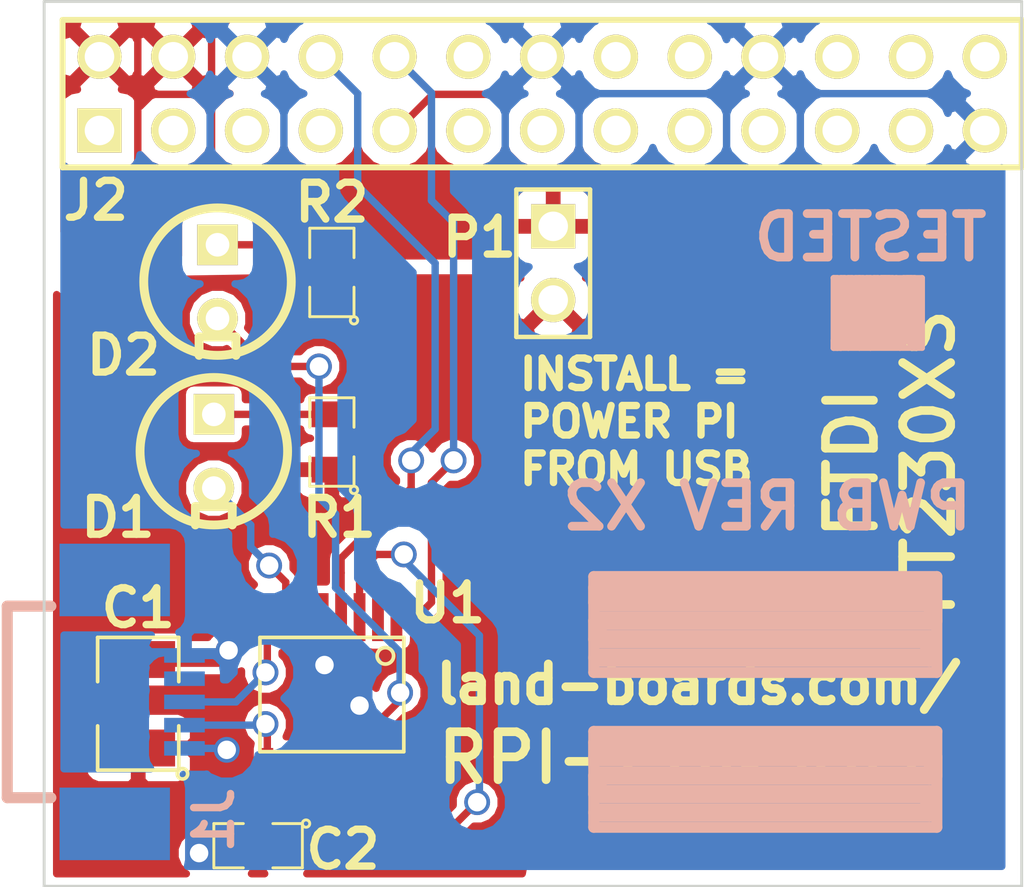
<source format=kicad_pcb>
(kicad_pcb (version 4) (host pcbnew "(after 2015-mar-04 BZR unknown)-product")

  (general
    (links 26)
    (no_connects 0)
    (area 130.704032 70.968 172.137601 103.607)
    (thickness 1.6)
    (drawings 69)
    (tracks 109)
    (zones 0)
    (modules 14)
    (nets 13)
  )

  (page A)
  (title_block
    (title RasPi-GVS-Plus-CFG)
    (rev X1)
    (company land-boards.com)
  )

  (layers
    (0 F.Cu signal)
    (31 B.Cu signal)
    (36 B.SilkS user hide)
    (37 F.SilkS user)
    (38 B.Mask user)
    (39 F.Mask user)
    (40 Dwgs.User user)
    (41 Cmts.User user)
    (44 Edge.Cuts user)
  )

  (setup
    (last_trace_width 0.254)
    (user_trace_width 0.2032)
    (user_trace_width 0.635)
    (trace_clearance 0.2032)
    (zone_clearance 0.254)
    (zone_45_only no)
    (trace_min 0.2032)
    (segment_width 0.2)
    (edge_width 0.1)
    (via_size 0.889)
    (via_drill 0.635)
    (via_min_size 0.889)
    (via_min_drill 0.508)
    (uvia_size 0.508)
    (uvia_drill 0.127)
    (uvias_allowed no)
    (uvia_min_size 0.508)
    (uvia_min_drill 0.127)
    (pcb_text_width 0.3)
    (pcb_text_size 1.5 1.5)
    (mod_edge_width 0.15)
    (mod_text_size 1.27 1.27)
    (mod_text_width 0.254)
    (pad_size 4.2418 4.2418)
    (pad_drill 2.49936)
    (pad_to_mask_clearance 0)
    (aux_axis_origin 0 0)
    (visible_elements 7FFFFF7F)
    (pcbplotparams
      (layerselection 0x010f0_80000001)
      (usegerberextensions true)
      (excludeedgelayer true)
      (linewidth 0.150000)
      (plotframeref false)
      (viasonmask false)
      (mode 1)
      (useauxorigin false)
      (hpglpennumber 1)
      (hpglpenspeed 20)
      (hpglpendiameter 15)
      (hpglpenoverlay 2)
      (psnegative false)
      (psa4output false)
      (plotreference true)
      (plotvalue true)
      (plotinvisibletext false)
      (padsonsilk false)
      (subtractmaskfromsilk false)
      (outputformat 1)
      (mirror false)
      (drillshape 0)
      (scaleselection 1)
      (outputdirectory plots/))
  )

  (net 0 "")
  (net 1 /+3.3V-USB)
  (net 2 /+5V)
  (net 3 /+5V-USB)
  (net 4 /DM)
  (net 5 /DP)
  (net 6 /GND)
  (net 7 /PI2USB)
  (net 8 /PUP0)
  (net 9 /PUP1)
  (net 10 /RXLED*)
  (net 11 /TXLED*)
  (net 12 /USB2PI)

  (net_class Default "This is the default net class."
    (clearance 0.2032)
    (trace_width 0.254)
    (via_dia 0.889)
    (via_drill 0.635)
    (uvia_dia 0.508)
    (uvia_drill 0.127)
    (add_net /+3.3V-USB)
    (add_net /+5V)
    (add_net /+5V-USB)
    (add_net /DM)
    (add_net /DP)
    (add_net /GND)
    (add_net /PI2USB)
    (add_net /PUP0)
    (add_net /PUP1)
    (add_net /RXLED*)
    (add_net /TXLED*)
    (add_net /USB2PI)
  )

  (net_class POWER025 ""
    (clearance 0.381)
    (trace_width 0.635)
    (via_dia 0.889)
    (via_drill 0.635)
    (uvia_dia 0.508)
    (uvia_drill 0.127)
  )

  (module SM0805 (layer F.Cu) (tedit 548EFD9F) (tstamp 53F1E148)
    (at 145.366 102.083 180)
    (path /5484896F)
    (attr smd)
    (fp_text reference C2 (at -2.921 -0.127 180) (layer F.SilkS)
      (effects (font (size 1.27 1.27) (thickness 0.254)))
    )
    (fp_text value 0.1uF (at 0 0.381 180) (layer F.SilkS) hide
      (effects (font (size 0.50038 0.50038) (thickness 0.10922)))
    )
    (fp_circle (center -1.651 0.762) (end -1.651 0.635) (layer F.SilkS) (width 0.09906))
    (fp_line (start -0.508 0.762) (end -1.524 0.762) (layer F.SilkS) (width 0.09906))
    (fp_line (start -1.524 0.762) (end -1.524 -0.762) (layer F.SilkS) (width 0.09906))
    (fp_line (start -1.524 -0.762) (end -0.508 -0.762) (layer F.SilkS) (width 0.09906))
    (fp_line (start 0.508 -0.762) (end 1.524 -0.762) (layer F.SilkS) (width 0.09906))
    (fp_line (start 1.524 -0.762) (end 1.524 0.762) (layer F.SilkS) (width 0.09906))
    (fp_line (start 1.524 0.762) (end 0.508 0.762) (layer F.SilkS) (width 0.09906))
    (pad 1 smd rect (at -0.9525 0 180) (size 0.889 1.397) (layers F.Cu F.Mask)
      (net 1 /+3.3V-USB))
    (pad 2 smd rect (at 0.9525 0 180) (size 0.889 1.397) (layers F.Cu F.Mask)
      (net 6 /GND))
    (model smd/chip_cms.wrl
      (at (xyz 0 0 0))
      (scale (xyz 0.1 0.1 0.1))
      (rotate (xyz 0 0 0))
    )
  )

  (module FIDUCIAL (layer F.Cu) (tedit 518BF783) (tstamp 53F20D67)
    (at 139.778 82.144)
    (path /53F2073B)
    (fp_text reference FID1 (at 0 2.3495) (layer F.SilkS) hide
      (effects (font (size 1.27 1.27) (thickness 0.254)))
    )
    (fp_text value CONN_1 (at 0.127 -2.794) (layer F.SilkS) hide
      (effects (font (size 1.016 1.016) (thickness 0.2032)))
    )
    (pad 1 smd circle (at 0 0) (size 1 1) (layers F.Cu F.Mask)
      (solder_mask_margin 1) (clearance 1))
  )

  (module FIDUCIAL (layer F.Cu) (tedit 553672E7) (tstamp 53F20D6C)
    (at 168.48 81.382)
    (path /53F2074A)
    (fp_text reference FID2 (at 0 2.3495) (layer F.SilkS) hide
      (effects (font (size 1.27 1.27) (thickness 0.254)))
    )
    (fp_text value CONN_1 (at 0.127 -2.794) (layer F.SilkS) hide
      (effects (font (size 1.016 1.016) (thickness 0.2032)))
    )
    (pad 1 smd circle (at 1.27 20.066) (size 1 1) (layers F.Cu F.Mask)
      (solder_mask_margin 1) (clearance 1))
  )

  (module SM0805 (layer F.Cu) (tedit 548893A6) (tstamp 54219EF8)
    (at 147.906 82.3345 90)
    (path /54848958)
    (attr smd)
    (fp_text reference R2 (at 2.413 0 180) (layer F.SilkS)
      (effects (font (size 1.27 1.27) (thickness 0.254)))
    )
    (fp_text value 270 (at 0 0.889 90) (layer F.SilkS) hide
      (effects (font (size 0.50038 0.50038) (thickness 0.10922)))
    )
    (fp_circle (center -1.651 0.762) (end -1.651 0.635) (layer F.SilkS) (width 0.09906))
    (fp_line (start -0.508 0.762) (end -1.524 0.762) (layer F.SilkS) (width 0.09906))
    (fp_line (start -1.524 0.762) (end -1.524 -0.762) (layer F.SilkS) (width 0.09906))
    (fp_line (start -1.524 -0.762) (end -0.508 -0.762) (layer F.SilkS) (width 0.09906))
    (fp_line (start 0.508 -0.762) (end 1.524 -0.762) (layer F.SilkS) (width 0.09906))
    (fp_line (start 1.524 -0.762) (end 1.524 0.762) (layer F.SilkS) (width 0.09906))
    (fp_line (start 1.524 0.762) (end 0.508 0.762) (layer F.SilkS) (width 0.09906))
    (pad 1 smd rect (at -0.9525 0 90) (size 0.889 1.397) (layers F.Cu F.Mask)
      (net 3 /+5V-USB))
    (pad 2 smd rect (at 0.9525 0 90) (size 0.889 1.397) (layers F.Cu F.Mask)
      (net 9 /PUP1))
    (model smd/chip_cms.wrl
      (at (xyz 0 0 0))
      (scale (xyz 0.1 0.1 0.1))
      (rotate (xyz 0 0 0))
    )
  )

  (module SM0805 (layer F.Cu) (tedit 548EF446) (tstamp 54219F05)
    (at 147.906 88.1765 90)
    (path /54848962)
    (attr smd)
    (fp_text reference R1 (at -2.6035 0.254 180) (layer F.SilkS)
      (effects (font (size 1.27 1.27) (thickness 0.254)))
    )
    (fp_text value 270 (at 0.254 1.397 90) (layer F.SilkS) hide
      (effects (font (size 0.50038 0.50038) (thickness 0.10922)))
    )
    (fp_circle (center -1.651 0.762) (end -1.651 0.635) (layer F.SilkS) (width 0.09906))
    (fp_line (start -0.508 0.762) (end -1.524 0.762) (layer F.SilkS) (width 0.09906))
    (fp_line (start -1.524 0.762) (end -1.524 -0.762) (layer F.SilkS) (width 0.09906))
    (fp_line (start -1.524 -0.762) (end -0.508 -0.762) (layer F.SilkS) (width 0.09906))
    (fp_line (start 0.508 -0.762) (end 1.524 -0.762) (layer F.SilkS) (width 0.09906))
    (fp_line (start 1.524 -0.762) (end 1.524 0.762) (layer F.SilkS) (width 0.09906))
    (fp_line (start 1.524 0.762) (end 0.508 0.762) (layer F.SilkS) (width 0.09906))
    (pad 1 smd rect (at -0.9525 0 90) (size 0.889 1.397) (layers F.Cu F.Mask)
      (net 3 /+5V-USB))
    (pad 2 smd rect (at 0.9525 0 90) (size 0.889 1.397) (layers F.Cu F.Mask)
      (net 8 /PUP0))
    (model smd/chip_cms.wrl
      (at (xyz 0 0 0))
      (scale (xyz 0.1 0.1 0.1))
      (rotate (xyz 0 0 0))
    )
  )

  (module SM1210 (layer F.Cu) (tedit 5488939B) (tstamp 53F1E12E)
    (at 141.2385 97.1935 90)
    (tags "CMS SM")
    (path /54848979)
    (attr smd)
    (fp_text reference C1 (at 3.302 0 180) (layer F.SilkS)
      (effects (font (size 1.27 1.27) (thickness 0.254)))
    )
    (fp_text value 10uF (at -0.127 -2.286 90) (layer F.SilkS) hide
      (effects (font (size 0.762 0.762) (thickness 0.127)))
    )
    (fp_circle (center -2.413 1.524) (end -2.286 1.397) (layer F.SilkS) (width 0.127))
    (fp_line (start -0.762 -1.397) (end -2.286 -1.397) (layer F.SilkS) (width 0.127))
    (fp_line (start -2.286 -1.397) (end -2.286 1.397) (layer F.SilkS) (width 0.127))
    (fp_line (start -2.286 1.397) (end -0.762 1.397) (layer F.SilkS) (width 0.127))
    (fp_line (start 0.762 1.397) (end 2.286 1.397) (layer F.SilkS) (width 0.127))
    (fp_line (start 2.286 1.397) (end 2.286 -1.397) (layer F.SilkS) (width 0.127))
    (fp_line (start 2.286 -1.397) (end 0.762 -1.397) (layer F.SilkS) (width 0.127))
    (pad 1 smd rect (at -1.524 0 90) (size 1.27 2.54) (layers F.Cu F.Mask)
      (net 3 /+5V-USB))
    (pad 2 smd rect (at 1.524 0 90) (size 1.27 2.54) (layers F.Cu F.Mask)
      (net 6 /GND))
    (model smd/chip_cms.wrl
      (at (xyz 0 0 0))
      (scale (xyz 0.17 0.2 0.17))
      (rotate (xyz 0 0 0))
    )
  )

  (module ssop-16 (layer F.Cu) (tedit 55367D23) (tstamp 53CE8BDE)
    (at 147.906 96.876 180)
    (descr SSOP-16)
    (path /54848999)
    (clearance 0.1524)
    (attr smd)
    (fp_text reference U1 (at -3.986 3.15 180) (layer F.SilkS)
      (effects (font (size 1.27 1.27) (thickness 0.254)))
    )
    (fp_text value FT230XS (at 0 -0.89916 180) (layer F.SilkS) hide
      (effects (font (size 0.50038 0.50038) (thickness 0.09906)))
    )
    (fp_line (start -2.4765 1.9685) (end 2.4765 1.9685) (layer F.SilkS) (width 0.127))
    (fp_line (start 2.4765 1.9685) (end 2.4765 -1.9685) (layer F.SilkS) (width 0.127))
    (fp_line (start 2.4765 -1.9685) (end -2.4765 -1.9685) (layer F.SilkS) (width 0.127))
    (fp_line (start -2.4765 -1.9685) (end -2.4765 1.9685) (layer F.SilkS) (width 0.127))
    (fp_circle (center -1.8415 1.3335) (end -1.9685 1.5875) (layer F.SilkS) (width 0.127))
    (pad 4 smd rect (at -0.3175 2.667 180) (size 0.4064 1.651) (layers F.Cu F.Mask)
      (net 7 /PI2USB))
    (pad 5 smd rect (at 0.3175 2.667 180) (size 0.4064 1.651) (layers F.Cu F.Mask)
      (net 6 /GND))
    (pad 6 smd rect (at 0.9525 2.667 180) (size 0.4064 1.651) (layers F.Cu F.Mask))
    (pad 7 smd rect (at 1.5875 2.667 180) (size 0.4064 1.651) (layers F.Cu F.Mask)
      (net 11 /TXLED*))
    (pad 16 smd rect (at -2.2225 -2.667 180) (size 0.4064 1.651) (layers F.Cu F.Mask))
    (pad 1 smd rect (at -2.2225 2.667 180) (size 0.4064 1.651) (layers F.Cu F.Mask)
      (net 12 /USB2PI))
    (pad 2 smd rect (at -1.5875 2.667 180) (size 0.4064 1.651) (layers F.Cu F.Mask))
    (pad 3 smd rect (at -0.9525 2.667 180) (size 0.4064 1.651) (layers F.Cu F.Mask)
      (net 1 /+3.3V-USB))
    (pad 9 smd rect (at 2.2225 -2.667 180) (size 0.4064 1.651) (layers F.Cu F.Mask)
      (net 4 /DM))
    (pad 10 smd rect (at 1.5875 -2.667 180) (size 0.4064 1.651) (layers F.Cu F.Mask)
      (net 1 /+3.3V-USB))
    (pad 11 smd rect (at 0.9525 -2.667 180) (size 0.4064 1.651) (layers F.Cu F.Mask))
    (pad 12 smd rect (at 0.3175 -2.667 180) (size 0.4064 1.651) (layers F.Cu F.Mask)
      (net 3 /+5V-USB))
    (pad 13 smd rect (at -0.3175 -2.667 180) (size 0.4064 1.651) (layers F.Cu F.Mask)
      (net 6 /GND))
    (pad 14 smd rect (at -0.9525 -2.667 180) (size 0.4064 1.651) (layers F.Cu F.Mask)
      (net 10 /RXLED*))
    (pad 8 smd rect (at 2.2225 2.667 180) (size 0.4064 1.651) (layers F.Cu F.Mask)
      (net 5 /DP))
    (pad 15 smd rect (at -1.5875 -2.667 180) (size 0.4064 1.651) (layers F.Cu F.Mask))
    (model smd/smd_dil/ssop-16.wrl
      (at (xyz 0 0 0))
      (scale (xyz 1 1 1))
      (rotate (xyz 0 0 0))
    )
  )

  (module LEDV (layer F.Cu) (tedit 5489D3FD) (tstamp 548488C3)
    (at 143.842 88.494 270)
    (descr "Led verticale diam 6mm")
    (tags "LED DEV")
    (path /548489AA)
    (fp_text reference D1 (at 2.286 3.302 360) (layer F.SilkS)
      (effects (font (size 1.27 1.27) (thickness 0.254)))
    )
    (fp_text value LED (at 0 -3.81 270) (layer F.SilkS) hide
      (effects (font (thickness 0.3048)))
    )
    (fp_circle (center 0 0) (end -2.54 0) (layer F.SilkS) (width 0.3048))
    (fp_line (start 2.54 -0.635) (end 1.905 -0.635) (layer F.SilkS) (width 0.3048))
    (fp_line (start 1.905 -0.635) (end 1.905 0.635) (layer F.SilkS) (width 0.3048))
    (fp_line (start 1.905 0.635) (end 2.54 0.635) (layer F.SilkS) (width 0.3048))
    (pad 1 thru_hole rect (at -1.27 0 270) (size 1.397 1.397) (drill 0.8128) (layers *.Cu *.Mask F.SilkS)
      (net 8 /PUP0))
    (pad 2 thru_hole circle (at 1.27 0 270) (size 1.397 1.397) (drill 0.8128) (layers *.Cu *.Mask F.SilkS)
      (net 11 /TXLED*))
    (model discret/led5_vertical.wrl
      (at (xyz 0 0 0))
      (scale (xyz 1 1 1))
      (rotate (xyz 0 0 0))
    )
  )

  (module LEDV (layer F.Cu) (tedit 5489D403) (tstamp 548488CD)
    (at 143.969 82.652 270)
    (descr "Led verticale diam 6mm")
    (tags "LED DEV")
    (path /548489B0)
    (fp_text reference D2 (at 2.54 3.2385 360) (layer F.SilkS)
      (effects (font (size 1.27 1.27) (thickness 0.254)))
    )
    (fp_text value LED (at 0 -3.81 270) (layer F.SilkS) hide
      (effects (font (thickness 0.3048)))
    )
    (fp_circle (center 0 0) (end -2.54 0) (layer F.SilkS) (width 0.3048))
    (fp_line (start 2.54 -0.635) (end 1.905 -0.635) (layer F.SilkS) (width 0.3048))
    (fp_line (start 1.905 -0.635) (end 1.905 0.635) (layer F.SilkS) (width 0.3048))
    (fp_line (start 1.905 0.635) (end 2.54 0.635) (layer F.SilkS) (width 0.3048))
    (pad 1 thru_hole rect (at -1.27 0 270) (size 1.397 1.397) (drill 0.8128) (layers *.Cu *.Mask F.SilkS)
      (net 9 /PUP1))
    (pad 2 thru_hole circle (at 1.27 0 270) (size 1.397 1.397) (drill 0.8128) (layers *.Cu *.Mask F.SilkS)
      (net 10 /RXLED*))
    (model discret/led5_vertical.wrl
      (at (xyz 0 0 0))
      (scale (xyz 1 1 1))
      (rotate (xyz 0 0 0))
    )
  )

  (module pin_array_13x2 (layer F.Cu) (tedit 5484973D) (tstamp 54848BB4)
    (at 155.145 76.175)
    (descr "2 x 13 pins connector")
    (tags CONN)
    (path /54848B62)
    (clearance 0.2032)
    (fp_text reference J2 (at -15.367 3.683) (layer F.SilkS)
      (effects (font (size 1.27 1.27) (thickness 0.254)))
    )
    (fp_text value RASPIO (at 7.62 -3.81) (layer F.SilkS) hide
      (effects (font (size 1.016 1.016) (thickness 0.2032)))
    )
    (fp_line (start -16.51 2.54) (end 16.51 2.54) (layer F.SilkS) (width 0.2032))
    (fp_line (start 16.51 -2.54) (end -16.51 -2.54) (layer F.SilkS) (width 0.2032))
    (fp_line (start -16.51 -2.54) (end -16.51 2.54) (layer F.SilkS) (width 0.2032))
    (fp_line (start 16.51 2.54) (end 16.51 -2.54) (layer F.SilkS) (width 0.2032))
    (pad 1 thru_hole rect (at -15.24 1.27) (size 1.524 1.524) (drill 1.016) (layers *.Cu *.Mask F.SilkS))
    (pad 2 thru_hole circle (at -15.24 -1.27) (size 1.524 1.524) (drill 1.016) (layers *.Cu *.Mask F.SilkS)
      (net 2 /+5V))
    (pad 3 thru_hole circle (at -12.7 1.27) (size 1.524 1.524) (drill 1.016) (layers *.Cu *.Mask F.SilkS))
    (pad 4 thru_hole circle (at -12.7 -1.27) (size 1.524 1.524) (drill 1.016) (layers *.Cu *.Mask F.SilkS)
      (net 2 /+5V))
    (pad 5 thru_hole circle (at -10.16 1.27) (size 1.524 1.524) (drill 1.016) (layers *.Cu *.Mask F.SilkS))
    (pad 6 thru_hole circle (at -10.16 -1.27) (size 1.524 1.524) (drill 1.016) (layers *.Cu *.Mask F.SilkS)
      (net 6 /GND))
    (pad 7 thru_hole circle (at -7.62 1.27) (size 1.524 1.524) (drill 1.016) (layers *.Cu *.Mask F.SilkS))
    (pad 8 thru_hole circle (at -7.62 -1.27) (size 1.524 1.524) (drill 1.016) (layers *.Cu *.Mask F.SilkS)
      (net 7 /PI2USB))
    (pad 9 thru_hole circle (at -5.08 1.27) (size 1.524 1.524) (drill 1.016) (layers *.Cu *.Mask F.SilkS)
      (net 6 /GND))
    (pad 10 thru_hole circle (at -5.08 -1.27) (size 1.524 1.524) (drill 1.016) (layers *.Cu *.Mask F.SilkS)
      (net 12 /USB2PI))
    (pad 11 thru_hole circle (at -2.54 1.27) (size 1.524 1.524) (drill 1.016) (layers *.Cu *.Mask F.SilkS))
    (pad 12 thru_hole circle (at -2.54 -1.27) (size 1.524 1.524) (drill 1.016) (layers *.Cu *.Mask F.SilkS))
    (pad 13 thru_hole circle (at 0 1.27) (size 1.524 1.524) (drill 1.016) (layers *.Cu *.Mask F.SilkS))
    (pad 14 thru_hole circle (at 0 -1.27) (size 1.524 1.524) (drill 1.016) (layers *.Cu *.Mask F.SilkS)
      (net 6 /GND))
    (pad 15 thru_hole circle (at 2.54 1.27) (size 1.524 1.524) (drill 1.016) (layers *.Cu *.Mask F.SilkS))
    (pad 16 thru_hole circle (at 2.54 -1.27) (size 1.524 1.524) (drill 1.016) (layers *.Cu *.Mask F.SilkS))
    (pad 17 thru_hole circle (at 5.08 1.27) (size 1.524 1.524) (drill 1.016) (layers *.Cu *.Mask F.SilkS))
    (pad 18 thru_hole circle (at 5.08 -1.27) (size 1.524 1.524) (drill 1.016) (layers *.Cu *.Mask F.SilkS))
    (pad 19 thru_hole circle (at 7.62 1.27) (size 1.524 1.524) (drill 1.016) (layers *.Cu *.Mask F.SilkS))
    (pad 20 thru_hole circle (at 7.62 -1.27) (size 1.524 1.524) (drill 1.016) (layers *.Cu *.Mask F.SilkS)
      (net 6 /GND))
    (pad 21 thru_hole circle (at 10.16 1.27) (size 1.524 1.524) (drill 1.016) (layers *.Cu *.Mask F.SilkS))
    (pad 22 thru_hole circle (at 10.16 -1.27) (size 1.524 1.524) (drill 1.016) (layers *.Cu *.Mask F.SilkS))
    (pad 23 thru_hole circle (at 12.7 1.27) (size 1.524 1.524) (drill 1.016) (layers *.Cu *.Mask F.SilkS))
    (pad 24 thru_hole circle (at 12.7 -1.27) (size 1.524 1.524) (drill 1.016) (layers *.Cu *.Mask F.SilkS))
    (pad 25 thru_hole circle (at 15.24 1.27) (size 1.524 1.524) (drill 1.016) (layers *.Cu *.Mask F.SilkS)
      (net 6 /GND))
    (pad 26 thru_hole circle (at 15.24 -1.27) (size 1.524 1.524) (drill 1.016) (layers *.Cu *.Mask F.SilkS))
    (model pin_array/pins_array_13x2.wrl
      (at (xyz 0 0 0))
      (scale (xyz 1 1 1))
      (rotate (xyz 0 0 0))
    )
  )

  (module USB-B-MINI (layer B.Cu) (tedit 54888D2D) (tstamp 54849366)
    (at 136.73 97.13 90)
    (descr "USB, MINI, B")
    (tags USB-B-MINI)
    (path /54848983)
    (fp_text reference J1 (at -4.064 7.112 90) (layer B.SilkS)
      (effects (font (size 1.27 1.27) (thickness 0.254)) (justify mirror))
    )
    (fp_text value USB-B (at 0.39878 -1.50114 90) (layer B.SilkS) hide
      (effects (font (thickness 0.3048)) (justify mirror))
    )
    (fp_line (start -3.29946 0) (end -3.29946 1.50114) (layer B.SilkS) (width 0.381))
    (fp_line (start 3.29946 0) (end 3.29946 1.50114) (layer B.SilkS) (width 0.381))
    (fp_line (start -3.29946 0) (end 3.29946 0) (layer B.SilkS) (width 0.381))
    (pad G2 smd rect (at 4.20116 3.70078 90) (size 2.49936 3.79984) (layers B.Cu B.Mask))
    (pad G1 smd rect (at -4.20116 3.70078 90) (size 2.49936 3.79984) (layers B.Cu B.Mask))
    (pad 4 smd rect (at 1.6002 6.10108 90) (size 0.50038 1.39954) (layers B.Cu B.Mask)
      (net 6 /GND))
    (pad NC smd rect (at 0.8001 6.10108 90) (size 0.50038 1.39954) (layers B.Cu B.Mask))
    (pad 1 smd rect (at -1.6002 6.10108 90) (size 0.50038 1.39954) (layers B.Cu B.Mask)
      (net 3 /+5V-USB))
    (pad 2 smd rect (at -0.8001 6.10108 90) (size 0.50038 1.39954) (layers B.Cu B.Mask)
      (net 4 /DM))
    (pad 3 smd rect (at 0 6.10108 90) (size 0.50038 1.39954) (layers B.Cu B.Mask)
      (net 5 /DP))
  )

  (module REV_BLOCK (layer B.Cu) (tedit 50F8397A) (tstamp 5484B3EF)
    (at 162.384 99.67)
    (path /53B1CE77)
    (fp_text reference COUP?2 (at 0.508 -3.429) (layer B.SilkS) hide
      (effects (font (size 1.27 1.27) (thickness 0.254)) (justify mirror))
    )
    (fp_text value COUPON (at 1.143 -5.715) (layer B.SilkS) hide
      (effects (font (thickness 0.3048)) (justify mirror))
    )
    (fp_line (start -5.334 1.27) (end 6.096 1.27) (layer B.SilkS) (width 0.635))
    (fp_line (start 6.096 1.27) (end 6.096 0.635) (layer B.SilkS) (width 0.635))
    (fp_line (start 6.096 0.635) (end -5.334 0.635) (layer B.SilkS) (width 0.635))
    (fp_line (start -5.334 0.635) (end -5.334 0) (layer B.SilkS) (width 0.635))
    (fp_line (start -5.334 0) (end 6.223 0) (layer B.SilkS) (width 0.635))
    (fp_line (start 6.223 0) (end 6.223 -0.635) (layer B.SilkS) (width 0.635))
    (fp_line (start 6.223 -0.635) (end -5.334 -0.635) (layer B.SilkS) (width 0.635))
    (fp_line (start -5.334 -0.635) (end -5.334 -1.143) (layer B.SilkS) (width 0.635))
    (fp_line (start -5.334 -1.143) (end 6.096 -1.143) (layer B.SilkS) (width 0.635))
    (fp_line (start 6.35 1.778) (end -5.461 1.778) (layer B.SilkS) (width 0.381))
    (fp_line (start -5.461 1.778) (end -5.461 -1.524) (layer B.SilkS) (width 0.381))
    (fp_line (start -5.461 -1.524) (end 6.35 -1.524) (layer B.SilkS) (width 0.381))
    (fp_line (start 6.35 -1.524) (end 6.35 1.778) (layer B.SilkS) (width 0.381))
  )

  (module REV_BLOCK (layer B.Cu) (tedit 50F8397A) (tstamp 5484B400)
    (at 162.384 94.336)
    (path /53B1CE86)
    (fp_text reference COUP?1 (at 0.508 -3.429) (layer B.SilkS) hide
      (effects (font (size 1.27 1.27) (thickness 0.254)) (justify mirror))
    )
    (fp_text value COUPON (at 1.143 -5.715) (layer B.SilkS) hide
      (effects (font (thickness 0.3048)) (justify mirror))
    )
    (fp_line (start -5.334 1.27) (end 6.096 1.27) (layer B.SilkS) (width 0.635))
    (fp_line (start 6.096 1.27) (end 6.096 0.635) (layer B.SilkS) (width 0.635))
    (fp_line (start 6.096 0.635) (end -5.334 0.635) (layer B.SilkS) (width 0.635))
    (fp_line (start -5.334 0.635) (end -5.334 0) (layer B.SilkS) (width 0.635))
    (fp_line (start -5.334 0) (end 6.223 0) (layer B.SilkS) (width 0.635))
    (fp_line (start 6.223 0) (end 6.223 -0.635) (layer B.SilkS) (width 0.635))
    (fp_line (start 6.223 -0.635) (end -5.334 -0.635) (layer B.SilkS) (width 0.635))
    (fp_line (start -5.334 -0.635) (end -5.334 -1.143) (layer B.SilkS) (width 0.635))
    (fp_line (start -5.334 -1.143) (end 6.096 -1.143) (layer B.SilkS) (width 0.635))
    (fp_line (start 6.35 1.778) (end -5.461 1.778) (layer B.SilkS) (width 0.381))
    (fp_line (start -5.461 1.778) (end -5.461 -1.524) (layer B.SilkS) (width 0.381))
    (fp_line (start -5.461 -1.524) (end 6.35 -1.524) (layer B.SilkS) (width 0.381))
    (fp_line (start 6.35 -1.524) (end 6.35 1.778) (layer B.SilkS) (width 0.381))
  )

  (module PIN_ARRAY_2X1 (layer F.Cu) (tedit 548EF45D) (tstamp 5489D45C)
    (at 155.526 82.017 270)
    (descr "Connecteurs 2 pins")
    (tags "CONN DEV")
    (path /5484B32D)
    (fp_text reference P1 (at -0.889 2.54 360) (layer F.SilkS)
      (effects (font (size 1.27 1.27) (thickness 0.254)))
    )
    (fp_text value CONN_2 (at 0 -1.905 270) (layer F.SilkS) hide
      (effects (font (size 0.762 0.762) (thickness 0.1524)))
    )
    (fp_line (start -2.54 1.27) (end -2.54 -1.27) (layer F.SilkS) (width 0.1524))
    (fp_line (start -2.54 -1.27) (end 2.54 -1.27) (layer F.SilkS) (width 0.1524))
    (fp_line (start 2.54 -1.27) (end 2.54 1.27) (layer F.SilkS) (width 0.1524))
    (fp_line (start 2.54 1.27) (end -2.54 1.27) (layer F.SilkS) (width 0.1524))
    (pad 1 thru_hole rect (at -1.27 0 270) (size 1.524 1.524) (drill 1.016) (layers *.Cu *.Mask F.SilkS)
      (net 2 /+5V))
    (pad 2 thru_hole circle (at 1.27 0 270) (size 1.524 1.524) (drill 1.016) (layers *.Cu *.Mask F.SilkS)
      (net 3 /+5V-USB))
    (model pin_array/pins_array_2x1.wrl
      (at (xyz 0 0 0))
      (scale (xyz 1 1 1))
      (rotate (xyz 0 0 0))
    )
  )

  (gr_text "FTDI\nFT230XS" (at 167.132 88.9 90) (layer F.SilkS)
    (effects (font (size 1.651 1.651) (thickness 0.3)))
  )
  (gr_text TESTED (at 166.448 81.128) (layer B.SilkS)
    (effects (font (size 1.5 1.5) (thickness 0.3)) (justify mirror))
  )
  (gr_line (start 168.099 82.652) (end 167.972 82.779) (angle 90) (layer B.SilkS) (width 0.2))
  (gr_line (start 168.099 84.811) (end 168.099 82.652) (angle 90) (layer B.SilkS) (width 0.2))
  (gr_line (start 167.972 84.811) (end 168.099 84.811) (angle 90) (layer B.SilkS) (width 0.2))
  (gr_line (start 167.972 82.525) (end 167.972 84.811) (angle 90) (layer B.SilkS) (width 0.2))
  (gr_line (start 167.718 82.525) (end 167.972 82.525) (angle 90) (layer B.SilkS) (width 0.2))
  (gr_line (start 167.718 84.684) (end 167.718 82.525) (angle 90) (layer B.SilkS) (width 0.2))
  (gr_line (start 167.845 84.811) (end 167.718 84.684) (angle 90) (layer B.SilkS) (width 0.2))
  (gr_line (start 167.845 82.525) (end 167.845 84.811) (angle 90) (layer B.SilkS) (width 0.2))
  (gr_line (start 167.591 82.525) (end 167.845 82.525) (angle 90) (layer B.SilkS) (width 0.2))
  (gr_line (start 167.591 84.811) (end 167.591 82.525) (angle 90) (layer B.SilkS) (width 0.2))
  (gr_line (start 167.464 84.938) (end 167.591 84.811) (angle 90) (layer B.SilkS) (width 0.2))
  (gr_line (start 167.464 82.652) (end 167.464 84.938) (angle 90) (layer B.SilkS) (width 0.2))
  (gr_line (start 167.337 82.525) (end 167.464 82.652) (angle 90) (layer B.SilkS) (width 0.2))
  (gr_line (start 167.337 84.811) (end 167.337 82.525) (angle 90) (layer B.SilkS) (width 0.2))
  (gr_line (start 167.21 84.811) (end 167.337 84.811) (angle 90) (layer B.SilkS) (width 0.2))
  (gr_line (start 167.21 82.525) (end 167.21 84.811) (angle 90) (layer B.SilkS) (width 0.2))
  (gr_line (start 167.083 82.525) (end 167.21 82.525) (angle 90) (layer B.SilkS) (width 0.2))
  (gr_line (start 167.083 84.811) (end 167.083 82.525) (angle 90) (layer B.SilkS) (width 0.2))
  (gr_line (start 166.956 84.811) (end 167.083 84.811) (angle 90) (layer B.SilkS) (width 0.2))
  (gr_line (start 166.956 82.525) (end 166.956 84.811) (angle 90) (layer B.SilkS) (width 0.2))
  (gr_line (start 166.829 82.525) (end 166.956 82.525) (angle 90) (layer B.SilkS) (width 0.2))
  (gr_line (start 167.083 82.525) (end 166.829 82.525) (angle 90) (layer B.SilkS) (width 0.2))
  (gr_line (start 166.829 82.525) (end 167.083 82.525) (angle 90) (layer B.SilkS) (width 0.2))
  (gr_line (start 166.829 84.811) (end 166.829 82.525) (angle 90) (layer B.SilkS) (width 0.2))
  (gr_line (start 166.702 84.811) (end 166.829 84.811) (angle 90) (layer B.SilkS) (width 0.2))
  (gr_line (start 166.702 82.525) (end 166.702 84.811) (angle 90) (layer B.SilkS) (width 0.2))
  (gr_line (start 166.575 82.525) (end 166.702 82.525) (angle 90) (layer B.SilkS) (width 0.2))
  (gr_line (start 166.575 84.811) (end 166.575 82.525) (angle 90) (layer B.SilkS) (width 0.2))
  (gr_line (start 166.448 84.938) (end 166.575 84.811) (angle 90) (layer B.SilkS) (width 0.2))
  (gr_line (start 166.448 82.525) (end 166.448 84.938) (angle 90) (layer B.SilkS) (width 0.2))
  (gr_line (start 166.321 82.525) (end 166.448 82.525) (angle 90) (layer B.SilkS) (width 0.2))
  (gr_line (start 166.321 84.811) (end 166.321 82.525) (angle 90) (layer B.SilkS) (width 0.2))
  (gr_line (start 166.194 84.811) (end 166.321 84.811) (angle 90) (layer B.SilkS) (width 0.2))
  (gr_line (start 166.194 82.525) (end 166.194 84.811) (angle 90) (layer B.SilkS) (width 0.2))
  (gr_line (start 166.067 82.525) (end 166.194 82.525) (angle 90) (layer B.SilkS) (width 0.2))
  (gr_line (start 166.067 84.938) (end 166.067 82.525) (angle 90) (layer B.SilkS) (width 0.2))
  (gr_line (start 166.067 82.525) (end 166.067 84.938) (angle 90) (layer B.SilkS) (width 0.2))
  (gr_line (start 165.94 82.525) (end 166.067 82.525) (angle 90) (layer B.SilkS) (width 0.2))
  (gr_line (start 165.94 84.811) (end 165.94 82.525) (angle 90) (layer B.SilkS) (width 0.2))
  (gr_line (start 166.067 84.811) (end 165.94 84.811) (angle 90) (layer B.SilkS) (width 0.2))
  (gr_line (start 165.813 84.811) (end 166.067 84.811) (angle 90) (layer B.SilkS) (width 0.2))
  (gr_line (start 165.813 82.525) (end 165.813 84.811) (angle 90) (layer B.SilkS) (width 0.2))
  (gr_line (start 165.686 82.525) (end 165.813 82.525) (angle 90) (layer B.SilkS) (width 0.2))
  (gr_line (start 165.686 84.938) (end 165.686 82.525) (angle 90) (layer B.SilkS) (width 0.2))
  (gr_line (start 165.559 84.811) (end 165.686 84.938) (angle 90) (layer B.SilkS) (width 0.2))
  (gr_line (start 165.559 82.525) (end 165.559 84.811) (angle 90) (layer B.SilkS) (width 0.2))
  (gr_line (start 165.432 82.525) (end 165.559 82.525) (angle 90) (layer B.SilkS) (width 0.2))
  (gr_line (start 165.432 84.811) (end 165.432 82.525) (angle 90) (layer B.SilkS) (width 0.2))
  (gr_line (start 165.305 84.938) (end 165.432 84.811) (angle 90) (layer B.SilkS) (width 0.2))
  (gr_line (start 165.305 82.525) (end 165.305 84.938) (angle 90) (layer B.SilkS) (width 0.2))
  (gr_line (start 165.178 82.525) (end 165.305 82.525) (angle 90) (layer B.SilkS) (width 0.2))
  (gr_line (start 165.178 84.938) (end 165.178 82.525) (angle 90) (layer B.SilkS) (width 0.2))
  (gr_line (start 165.432 84.938) (end 165.178 84.938) (angle 90) (layer B.SilkS) (width 0.2))
  (gr_line (start 165.178 84.938) (end 165.432 84.938) (angle 90) (layer B.SilkS) (width 0.2))
  (gr_line (start 165.178 84.684) (end 165.178 84.938) (angle 90) (layer B.SilkS) (width 0.2))
  (gr_line (start 165.432 84.938) (end 165.178 84.684) (angle 90) (layer B.SilkS) (width 0.2))
  (gr_line (start 168.226 84.938) (end 165.432 84.938) (angle 90) (layer B.SilkS) (width 0.2))
  (gr_line (start 168.226 82.525) (end 168.226 84.938) (angle 90) (layer B.SilkS) (width 0.2))
  (gr_line (start 165.178 82.525) (end 168.226 82.525) (angle 90) (layer B.SilkS) (width 0.2))
  (gr_text "INSTALL =\nPOWER PI\nFROM USB" (at 154.256 87.478) (layer F.SilkS)
    (effects (font (size 1.016 1.016) (thickness 0.254)) (justify left))
  )
  (gr_text "PWB REV X2" (at 162.892 90.399) (layer B.SilkS)
    (effects (font (size 1.5 1.5) (thickness 0.3)) (justify mirror))
  )
  (gr_text land-boards.com/ (at 160.528 96.52) (layer F.SilkS)
    (effects (font (size 1.27 1.27) (thickness 0.3)))
  )
  (gr_text RPI-CONSOLE (at 160.274 99.06) (layer F.SilkS)
    (effects (font (size 1.651 1.651) (thickness 0.3)))
  )
  (gr_line (start 138 73) (end 171.655 73) (angle 90) (layer Edge.Cuts) (width 0.1))
  (gr_line (start 138 103.48) (end 138 73) (angle 90) (layer Edge.Cuts) (width 0.1))
  (gr_line (start 171.655 103.48) (end 138 103.48) (angle 90) (layer Edge.Cuts) (width 0.1))
  (gr_line (start 171.655 73) (end 171.655 103.48) (angle 90) (layer Edge.Cuts) (width 0.1))

  (segment (start 148.8585 92.6215) (end 149.43 92.05) (width 0.254) (layer F.Cu) (net 1) (tstamp 54888F8B))
  (segment (start 146.3185 99.543) (end 146.3185 102.083) (width 0.2032) (layer F.Cu) (net 1) (status 30))
  (segment (start 148.8585 92.6215) (end 149.43 92.05) (width 0.254) (layer F.Cu) (net 1) (tstamp 5489D561))
  (segment (start 148.8585 94.209) (end 148.8585 92.6215) (width 0.254) (layer F.Cu) (net 1))
  (segment (start 150.3825 92.2405) (end 152.986 94.844) (width 0.254) (layer B.Cu) (net 1) (tstamp 55367653))
  (segment (start 152.986 94.844) (end 152.986 98.552) (width 0.254) (layer B.Cu) (net 1) (tstamp 55367659))
  (segment (start 149.43 92.05) (end 150.3825 92.05) (width 0.254) (layer F.Cu) (net 1) (tstamp 5489D563))
  (via (at 150.3825 92.05) (size 0.889) (layers F.Cu B.Cu) (net 1))
  (segment (start 150.3825 92.05) (end 150.3825 92.2405) (width 0.254) (layer B.Cu) (net 1))
  (segment (start 151.409 102.083) (end 152.908 100.584) (width 0.254) (layer F.Cu) (net 1) (tstamp 55367ADA))
  (via (at 152.908 100.584) (size 0.889) (layers F.Cu B.Cu) (net 1))
  (segment (start 152.908 100.584) (end 152.986 100.506) (width 0.254) (layer B.Cu) (net 1) (tstamp 55367AE0))
  (segment (start 152.986 100.506) (end 152.986 98.552) (width 0.254) (layer B.Cu) (net 1) (tstamp 55367AE1))
  (segment (start 146.3185 102.083) (end 151.409 102.083) (width 0.254) (layer F.Cu) (net 1))
  (segment (start 141.224 76.2) (end 141.224 78.486) (width 0.254) (layer F.Cu) (net 2) (tstamp 553679D0))
  (segment (start 139.929 74.905) (end 141.224 76.2) (width 0.254) (layer F.Cu) (net 2) (tstamp 553679CF))
  (segment (start 139.905 74.905) (end 139.929 74.905) (width 0.254) (layer F.Cu) (net 2))
  (segment (start 143.764 76.2) (end 143.764 78.232) (width 0.254) (layer F.Cu) (net 2) (tstamp 553679D3))
  (segment (start 141.224 76.2) (end 143.764 76.2) (width 0.254) (layer F.Cu) (net 2))
  (segment (start 143.764 76.2) (end 143.764 73.914) (width 0.254) (layer F.Cu) (net 2))
  (segment (start 141.224 76.2) (end 141.224 73.914) (width 0.254) (layer F.Cu) (net 2))
  (segment (start 144.2357 98.7302) (end 144.2865 98.781) (width 0.254) (layer B.Cu) (net 3) (tstamp 5489D74A))
  (via (at 144.2865 98.781) (size 0.889) (layers F.Cu B.Cu) (net 3))
  (segment (start 142.83108 98.7302) (end 144.2357 98.7302) (width 0.254) (layer B.Cu) (net 3))
  (segment (start 145.5819 97.9301) (end 145.62 97.892) (width 0.254) (layer B.Cu) (net 4) (tstamp 54888EAC))
  (via (at 145.62 97.892) (size 0.889) (layers F.Cu B.Cu) (net 4))
  (segment (start 145.62 97.892) (end 145.6835 97.9555) (width 0.254) (layer F.Cu) (net 4) (tstamp 54888EAF))
  (segment (start 145.6835 97.9555) (end 145.6835 99.543) (width 0.254) (layer F.Cu) (net 4) (tstamp 54888EB0) (status 20))
  (segment (start 142.83108 97.9301) (end 145.5819 97.9301) (width 0.254) (layer B.Cu) (net 4) (status 10))
  (segment (start 144.604 97.13) (end 145.62 96.114) (width 0.254) (layer B.Cu) (net 5) (tstamp 54888EA6))
  (via (at 145.62 96.114) (size 0.889) (layers F.Cu B.Cu) (net 5))
  (segment (start 145.62 96.114) (end 145.6835 96.0505) (width 0.254) (layer F.Cu) (net 5) (tstamp 54888EA9))
  (segment (start 145.6835 96.0505) (end 145.6835 94.209) (width 0.254) (layer F.Cu) (net 5) (tstamp 54888EAA) (status 20))
  (segment (start 142.83108 97.13) (end 144.604 97.13) (width 0.254) (layer B.Cu) (net 5) (status 10))
  (segment (start 153.875 76.175) (end 155.145 74.905) (width 0.254) (layer B.Cu) (net 6) (tstamp 54849449) (status 20))
  (segment (start 153.875 78.207) (end 153.875 76.175) (width 0.254) (layer B.Cu) (net 6))
  (segment (start 161.495 76.175) (end 162.765 74.905) (width 0.254) (layer B.Cu) (net 6) (tstamp 54849457) (status 20))
  (segment (start 161.495 78.461) (end 161.495 76.175) (width 0.254) (layer B.Cu) (net 6))
  (segment (start 143.715 76.175) (end 144.985 74.905) (width 0.254) (layer B.Cu) (net 6) (tstamp 54849476) (status 20))
  (segment (start 143.715 78.08) (end 143.715 76.175) (width 0.254) (layer B.Cu) (net 6))
  (segment (start 156.415 76.175) (end 155.145 74.905) (width 0.254) (layer B.Cu) (net 6) (tstamp 5484947E) (status 20))
  (segment (start 156.415 78.334) (end 156.415 76.175) (width 0.254) (layer B.Cu) (net 6))
  (segment (start 164.035 76.175) (end 162.765 74.905) (width 0.254) (layer B.Cu) (net 6) (tstamp 54849488) (status 20))
  (segment (start 164.035 78.334) (end 164.035 76.175) (width 0.254) (layer B.Cu) (net 6))
  (segment (start 144.35 95.352) (end 144.1722 95.5298) (width 0.254) (layer B.Cu) (net 6) (tstamp 54888E9D))
  (segment (start 144.1722 95.5298) (end 142.83108 95.5298) (width 0.254) (layer B.Cu) (net 6) (tstamp 54888E9E) (status 20))
  (segment (start 147.5885 95.7965) (end 147.652 95.86) (width 0.254) (layer F.Cu) (net 6) (tstamp 54888EDD))
  (via (at 147.652 95.86) (size 0.889) (layers F.Cu B.Cu) (net 6))
  (segment (start 147.5885 94.209) (end 147.5885 95.7965) (width 0.254) (layer F.Cu) (net 6) (status 10))
  (segment (start 144.096 95.606) (end 144.35 95.352) (width 0.635) (layer F.Cu) (net 6) (tstamp 5488920C))
  (segment (start 140.54 95.606) (end 144.096 95.606) (width 0.635) (layer F.Cu) (net 6) (status 10))
  (via (at 144.35 95.352) (size 0.889) (layers F.Cu B.Cu) (net 6))
  (segment (start 146.255 76.175) (end 144.985 74.905) (width 0.254) (layer B.Cu) (net 6) (tstamp 5484946E) (status 20))
  (segment (start 146.255 78.207) (end 146.255 76.175) (width 0.254) (layer B.Cu) (net 6))
  (segment (start 143.588 102.083) (end 143.334 102.337) (width 0.2032) (layer F.Cu) (net 6) (tstamp 5488B598))
  (via (at 143.334 102.337) (size 0.889) (layers F.Cu B.Cu) (net 6))
  (segment (start 144.4135 102.083) (end 143.588 102.083) (width 0.2032) (layer F.Cu) (net 6) (status 10))
  (via (at 148.8585 97.257) (size 0.889) (layers F.Cu B.Cu) (net 6))
  (segment (start 148.2235 97.892) (end 148.8585 97.257) (width 0.254) (layer F.Cu) (net 6) (tstamp 5489D866))
  (segment (start 148.2235 99.543) (end 148.2235 97.892) (width 0.254) (layer F.Cu) (net 6))
  (segment (start 169.242 76.175) (end 164.035 76.175) (width 0.254) (layer B.Cu) (net 6))
  (segment (start 161.495 76.175) (end 156.415 76.175) (width 0.254) (layer B.Cu) (net 6))
  (segment (start 153.85 76.2) (end 155.145 74.905) (width 0.254) (layer F.Cu) (net 6) (tstamp 55367865))
  (segment (start 151.384 76.2) (end 153.85 76.2) (width 0.254) (layer F.Cu) (net 6) (tstamp 55367862))
  (segment (start 150.139 77.445) (end 151.384 76.2) (width 0.254) (layer F.Cu) (net 6) (tstamp 55367861))
  (segment (start 150.065 77.445) (end 150.139 77.445) (width 0.254) (layer F.Cu) (net 6))
  (segment (start 148.2235 92.685) (end 148.2235 92.177) (width 0.254) (layer F.Cu) (net 7))
  (via (at 150.6365 88.8115) (size 0.889) (layers F.Cu B.Cu) (net 7))
  (segment (start 150.6365 89.764) (end 150.6365 88.8115) (width 0.254) (layer F.Cu) (net 7) (tstamp 5489D8D1))
  (segment (start 148.2235 92.177) (end 150.6365 89.764) (width 0.254) (layer F.Cu) (net 7) (tstamp 5489D8D0))
  (segment (start 148.2235 94.209) (end 148.2235 92.685) (width 0.254) (layer F.Cu) (net 7))
  (segment (start 150.6365 88.5575) (end 151.462 87.732) (width 0.254) (layer B.Cu) (net 7) (tstamp 548EF544))
  (segment (start 151.462 87.732) (end 151.462 82.017) (width 0.254) (layer B.Cu) (net 7) (tstamp 548EF546))
  (segment (start 151.462 82.017) (end 148.795 79.35) (width 0.254) (layer B.Cu) (net 7) (tstamp 548EF547))
  (segment (start 148.795 79.35) (end 148.795 76.175) (width 0.254) (layer B.Cu) (net 7) (tstamp 548EF54A))
  (segment (start 148.795 76.175) (end 147.525 74.905) (width 0.254) (layer B.Cu) (net 7) (tstamp 548EF54C))
  (segment (start 150.6365 88.8115) (end 150.6365 88.5575) (width 0.254) (layer B.Cu) (net 7))
  (segment (start 147.906 87.224) (end 143.842 87.224) (width 0.254) (layer F.Cu) (net 8))
  (segment (start 147.906 81.382) (end 143.969 81.382) (width 0.254) (layer F.Cu) (net 9))
  (segment (start 145.62 85.573) (end 143.969 83.922) (width 0.254) (layer F.Cu) (net 10) (tstamp 5489D6F7))
  (via (at 147.4615 85.573) (size 0.889) (layers F.Cu B.Cu) (net 10))
  (segment (start 147.4615 85.573) (end 145.62 85.573) (width 0.254) (layer F.Cu) (net 10))
  (segment (start 150.2555 97.0665) (end 150.2555 96.8125) (width 0.254) (layer F.Cu) (net 10) (tstamp 5489D855))
  (via (at 150.2555 96.8125) (size 0.889) (layers F.Cu B.Cu) (net 10))
  (segment (start 148.8585 98.4635) (end 150.2555 97.0665) (width 0.254) (layer F.Cu) (net 10) (tstamp 5489D851))
  (segment (start 148.8585 99.543) (end 148.8585 98.4635) (width 0.254) (layer F.Cu) (net 10))
  (segment (start 147.4615 90.0815) (end 148.033 90.653) (width 0.254) (layer B.Cu) (net 10) (tstamp 55367661))
  (segment (start 148.033 90.653) (end 148.033 93.193) (width 0.254) (layer B.Cu) (net 10) (tstamp 55367670))
  (segment (start 148.033 93.193) (end 150.2555 95.4155) (width 0.254) (layer B.Cu) (net 10) (tstamp 55367672))
  (segment (start 150.2555 95.4155) (end 150.2555 96.8125) (width 0.254) (layer B.Cu) (net 10) (tstamp 55367674))
  (segment (start 147.4615 85.573) (end 147.4615 90.0815) (width 0.254) (layer B.Cu) (net 10))
  (segment (start 145.112 91.034) (end 143.842 89.764) (width 0.254) (layer B.Cu) (net 11) (tstamp 5489C1F3) (status 20))
  (segment (start 146.3185 93.0025) (end 145.747 92.431) (width 0.254) (layer F.Cu) (net 11) (tstamp 5489C1ED))
  (via (at 145.747 92.431) (size 0.889) (layers F.Cu B.Cu) (net 11))
  (segment (start 145.747 92.431) (end 145.112 91.796) (width 0.254) (layer B.Cu) (net 11) (tstamp 5489C1F1))
  (segment (start 145.112 91.796) (end 145.112 91.034) (width 0.254) (layer B.Cu) (net 11) (tstamp 5489C1F2))
  (segment (start 146.3185 94.209) (end 146.3185 93.0025) (width 0.254) (layer F.Cu) (net 11) (status 10))
  (segment (start 151.335 89.5735) (end 152.097 88.8115) (width 0.254) (layer F.Cu) (net 12) (tstamp 5489D8F5))
  (segment (start 151.335 93.701) (end 151.335 89.5735) (width 0.254) (layer F.Cu) (net 12) (tstamp 5489D8F2))
  (segment (start 150.827 94.209) (end 151.335 93.701) (width 0.254) (layer F.Cu) (net 12) (tstamp 5489D8F1))
  (via (at 152.097 88.8115) (size 0.889) (layers F.Cu B.Cu) (net 12))
  (segment (start 150.1285 94.209) (end 150.827 94.209) (width 0.254) (layer F.Cu) (net 12))
  (segment (start 152.097 81.509) (end 152.097 88.8115) (width 0.254) (layer B.Cu) (net 12) (tstamp 553675B6))
  (segment (start 152.097 80.62) (end 152.097 81.509) (width 0.254) (layer B.Cu) (net 12) (tstamp 553675B2))
  (segment (start 151.335 79.858) (end 152.097 80.62) (width 0.254) (layer B.Cu) (net 12) (tstamp 553675B1))
  (segment (start 150.065 74.905) (end 150.065 75.032) (width 0.254) (layer F.Cu) (net 12))
  (segment (start 151.335 76.151) (end 151.335 79.858) (width 0.254) (layer B.Cu) (net 12) (tstamp 5536781B))
  (segment (start 150.089 74.905) (end 151.335 76.151) (width 0.254) (layer B.Cu) (net 12) (tstamp 55367819))
  (segment (start 150.065 74.905) (end 150.089 74.905) (width 0.254) (layer B.Cu) (net 12))

  (zone (net 6) (net_name /GND) (layer B.Cu) (tstamp 548493DB) (hatch edge 0.508)
    (connect_pads (clearance 0.508))
    (min_thickness 0.254)
    (fill yes (arc_segments 16) (thermal_gap 0.508) (thermal_bridge_width 0.508))
    (polygon
      (pts
        (xy 138 73) (xy 171.655 73) (xy 171.655 103.48) (xy 138 103.48)
      )
    )
    (filled_polygon
      (pts
        (xy 146.940512 76.174949) (xy 146.734697 76.25999) (xy 146.341371 76.65263) (xy 146.25505 76.860512) (xy 146.17001 76.654697)
        (xy 145.77737 76.261371) (xy 145.585272 76.181605) (xy 145.716143 76.127397) (xy 145.785608 75.885213) (xy 144.985 75.084605)
        (xy 144.184392 75.885213) (xy 144.253857 76.127397) (xy 144.394317 76.177508) (xy 144.194697 76.25999) (xy 143.801371 76.65263)
        (xy 143.71505 76.860512) (xy 143.63001 76.654697) (xy 143.23737 76.261371) (xy 143.029487 76.17505) (xy 143.235303 76.09001)
        (xy 143.628629 75.69737) (xy 143.708394 75.505272) (xy 143.762603 75.636143) (xy 144.004787 75.705608) (xy 144.805395 74.905)
        (xy 144.004787 74.104392) (xy 143.762603 74.173857) (xy 143.712491 74.314317) (xy 143.63001 74.114697) (xy 143.23737 73.721371)
        (xy 143.149778 73.685) (xy 144.253169 73.685) (xy 144.184392 73.924787) (xy 144.985 74.725395) (xy 145.785608 73.924787)
        (xy 145.71683 73.685) (xy 146.819379 73.685) (xy 146.734697 73.71999) (xy 146.341371 74.11263) (xy 146.261605 74.304727)
        (xy 146.207397 74.173857) (xy 145.965213 74.104392) (xy 145.164605 74.905) (xy 145.965213 75.705608) (xy 146.207397 75.636143)
        (xy 146.257508 75.495682) (xy 146.33999 75.695303) (xy 146.73263 76.088629) (xy 146.940512 76.174949)
      )
    )
    (filled_polygon
      (pts
        (xy 150.258747 77.459142) (xy 150.079142 77.638747) (xy 150.065 77.624605) (xy 150.050857 77.638747) (xy 149.871252 77.459142)
        (xy 149.885395 77.445) (xy 149.871252 77.430857) (xy 150.050857 77.251252) (xy 150.065 77.265395) (xy 150.079142 77.251252)
        (xy 150.258747 77.430857) (xy 150.244605 77.445) (xy 150.258747 77.459142)
      )
    )
    (filled_polygon
      (pts
        (xy 157.100512 76.174949) (xy 156.894697 76.25999) (xy 156.501371 76.65263) (xy 156.41505 76.860512) (xy 156.33001 76.654697)
        (xy 155.93737 76.261371) (xy 155.745272 76.181605) (xy 155.876143 76.127397) (xy 155.945608 75.885213) (xy 155.145 75.084605)
        (xy 154.344392 75.885213) (xy 154.413857 76.127397) (xy 154.554317 76.177508) (xy 154.354697 76.25999) (xy 153.961371 76.65263)
        (xy 153.87505 76.860512) (xy 153.79001 76.654697) (xy 153.39737 76.261371) (xy 153.189487 76.17505) (xy 153.395303 76.09001)
        (xy 153.788629 75.69737) (xy 153.868394 75.505272) (xy 153.922603 75.636143) (xy 154.164787 75.705608) (xy 154.965395 74.905)
        (xy 154.164787 74.104392) (xy 153.922603 74.173857) (xy 153.872491 74.314317) (xy 153.79001 74.114697) (xy 153.39737 73.721371)
        (xy 153.309778 73.685) (xy 154.413169 73.685) (xy 154.344392 73.924787) (xy 155.145 74.725395) (xy 155.945608 73.924787)
        (xy 155.87683 73.685) (xy 156.979379 73.685) (xy 156.894697 73.71999) (xy 156.501371 74.11263) (xy 156.421605 74.304727)
        (xy 156.367397 74.173857) (xy 156.125213 74.104392) (xy 155.324605 74.905) (xy 156.125213 75.705608) (xy 156.367397 75.636143)
        (xy 156.417508 75.495682) (xy 156.49999 75.695303) (xy 156.89263 76.088629) (xy 157.100512 76.174949)
      )
    )
    (filled_polygon
      (pts
        (xy 164.720512 76.174949) (xy 164.514697 76.25999) (xy 164.121371 76.65263) (xy 164.03505 76.860512) (xy 163.95001 76.654697)
        (xy 163.55737 76.261371) (xy 163.365272 76.181605) (xy 163.496143 76.127397) (xy 163.565608 75.885213) (xy 162.765 75.084605)
        (xy 161.964392 75.885213) (xy 162.033857 76.127397) (xy 162.174317 76.177508) (xy 161.974697 76.25999) (xy 161.581371 76.65263)
        (xy 161.49505 76.860512) (xy 161.41001 76.654697) (xy 161.01737 76.261371) (xy 160.809487 76.17505) (xy 161.015303 76.09001)
        (xy 161.408629 75.69737) (xy 161.488394 75.505272) (xy 161.542603 75.636143) (xy 161.784787 75.705608) (xy 162.585395 74.905)
        (xy 161.784787 74.104392) (xy 161.542603 74.173857) (xy 161.492491 74.314317) (xy 161.41001 74.114697) (xy 161.01737 73.721371)
        (xy 160.929778 73.685) (xy 162.033169 73.685) (xy 161.964392 73.924787) (xy 162.765 74.725395) (xy 163.565608 73.924787)
        (xy 163.49683 73.685) (xy 164.599379 73.685) (xy 164.514697 73.71999) (xy 164.121371 74.11263) (xy 164.041605 74.304727)
        (xy 163.987397 74.173857) (xy 163.745213 74.104392) (xy 162.944605 74.905) (xy 163.745213 75.705608) (xy 163.987397 75.636143)
        (xy 164.037508 75.495682) (xy 164.11999 75.695303) (xy 164.51263 76.088629) (xy 164.720512 76.174949)
      )
    )
    (filled_polygon
      (pts
        (xy 170.97 102.795) (xy 156.93544 102.795) (xy 156.93544 81.509) (xy 156.93544 79.985) (xy 156.888463 79.742877)
        (xy 156.748673 79.530073) (xy 156.53764 79.387623) (xy 156.288 79.33756) (xy 154.764 79.33756) (xy 154.521877 79.384537)
        (xy 154.309073 79.524327) (xy 154.166623 79.73536) (xy 154.11656 79.985) (xy 154.11656 81.509) (xy 154.163537 81.751123)
        (xy 154.303327 81.963927) (xy 154.51436 82.106377) (xy 154.695011 82.142604) (xy 154.342371 82.49463) (xy 154.129243 83.0079)
        (xy 154.128758 83.563661) (xy 154.34099 84.077303) (xy 154.73363 84.470629) (xy 155.2469 84.683757) (xy 155.802661 84.684242)
        (xy 156.316303 84.47201) (xy 156.709629 84.07937) (xy 156.922757 83.5661) (xy 156.923242 83.010339) (xy 156.71101 82.496697)
        (xy 156.357822 82.142892) (xy 156.530123 82.109463) (xy 156.742927 81.969673) (xy 156.885377 81.75864) (xy 156.93544 81.509)
        (xy 156.93544 102.795) (xy 153.987687 102.795) (xy 153.987687 100.370216) (xy 153.823689 99.973311) (xy 153.748 99.897489)
        (xy 153.748 98.552) (xy 153.748 94.844) (xy 153.689996 94.552396) (xy 153.689996 94.552395) (xy 153.524815 94.305185)
        (xy 151.461833 92.242203) (xy 151.462187 91.836216) (xy 151.298189 91.439311) (xy 150.994786 91.135378) (xy 150.598168 90.970687)
        (xy 150.168716 90.970313) (xy 149.771811 91.134311) (xy 149.467878 91.437714) (xy 149.303187 91.834332) (xy 149.302813 92.263784)
        (xy 149.466811 92.660689) (xy 149.770214 92.964622) (xy 150.166832 93.129313) (xy 150.193706 93.129336) (xy 152.224 95.15963)
        (xy 152.224 98.552) (xy 152.224 99.741494) (xy 151.993378 99.971714) (xy 151.828687 100.368332) (xy 151.828313 100.797784)
        (xy 151.992311 101.194689) (xy 152.295714 101.498622) (xy 152.692332 101.663313) (xy 153.121784 101.663687) (xy 153.518689 101.499689)
        (xy 153.822622 101.196286) (xy 153.987313 100.799668) (xy 153.987687 100.370216) (xy 153.987687 102.795) (xy 151.335187 102.795)
        (xy 151.335187 96.598716) (xy 151.171189 96.201811) (xy 151.0175 96.047853) (xy 151.0175 95.4155) (xy 150.959496 95.123896)
        (xy 150.959496 95.123895) (xy 150.893334 95.024876) (xy 150.794316 94.876685) (xy 148.795 92.877369) (xy 148.795 90.653)
        (xy 148.736996 90.361395) (xy 148.571815 90.114185) (xy 148.2235 89.76587) (xy 148.2235 86.337641) (xy 148.376122 86.185286)
        (xy 148.540813 85.788668) (xy 148.541187 85.359216) (xy 148.377189 84.962311) (xy 148.073786 84.658378) (xy 147.677168 84.493687)
        (xy 147.247716 84.493313) (xy 146.850811 84.657311) (xy 146.546878 84.960714) (xy 146.382187 85.357332) (xy 146.381813 85.786784)
        (xy 146.545811 86.183689) (xy 146.6995 86.337646) (xy 146.6995 90.0815) (xy 146.757504 90.373105) (xy 146.922685 90.620315)
        (xy 147.271 90.96863) (xy 147.271 93.193) (xy 147.329004 93.484605) (xy 147.494185 93.731815) (xy 149.4935 95.73113)
        (xy 149.4935 96.047858) (xy 149.340878 96.200214) (xy 149.176187 96.596832) (xy 149.175813 97.026284) (xy 149.339811 97.423189)
        (xy 149.643214 97.727122) (xy 150.039832 97.891813) (xy 150.469284 97.892187) (xy 150.866189 97.728189) (xy 151.170122 97.424786)
        (xy 151.334813 97.028168) (xy 151.335187 96.598716) (xy 151.335187 102.795) (xy 146.826687 102.795) (xy 146.826687 92.217216)
        (xy 146.662689 91.820311) (xy 146.359286 91.516378) (xy 145.962668 91.351687) (xy 145.874 91.351609) (xy 145.874 91.034)
        (xy 145.815996 90.742395) (xy 145.650815 90.495185) (xy 145.650815 90.495184) (xy 145.31494 90.159309) (xy 145.31494 82.0805)
        (xy 145.31494 80.6835) (xy 145.267963 80.441377) (xy 145.128173 80.228573) (xy 144.91714 80.086123) (xy 144.6675 80.03606)
        (xy 143.2705 80.03606) (xy 143.028377 80.083037) (xy 142.815573 80.222827) (xy 142.673123 80.43386) (xy 142.62306 80.6835)
        (xy 142.62306 82.0805) (xy 142.670037 82.322623) (xy 142.809827 82.535427) (xy 143.02086 82.677877) (xy 143.2705 82.72794)
        (xy 143.366883 82.72794) (xy 143.21462 82.790854) (xy 142.839173 83.165647) (xy 142.635732 83.655587) (xy 142.635269 84.186086)
        (xy 142.837854 84.67638) (xy 143.212647 85.051827) (xy 143.702587 85.255268) (xy 144.233086 85.255731) (xy 144.72338 85.053146)
        (xy 145.098827 84.678353) (xy 145.302268 84.188413) (xy 145.302731 83.657914) (xy 145.100146 83.16762) (xy 144.725353 82.792173)
        (xy 144.570662 82.72794) (xy 144.6675 82.72794) (xy 144.909623 82.680963) (xy 145.122427 82.541173) (xy 145.264877 82.33014)
        (xy 145.31494 82.0805) (xy 145.31494 90.159309) (xy 145.175277 90.019646) (xy 145.175731 89.499914) (xy 144.973146 89.00962)
        (xy 144.598353 88.634173) (xy 144.443662 88.56994) (xy 144.5405 88.56994) (xy 144.782623 88.522963) (xy 144.995427 88.383173)
        (xy 145.137877 88.17214) (xy 145.18794 87.9225) (xy 145.18794 86.5255) (xy 145.140963 86.283377) (xy 145.001173 86.070573)
        (xy 144.79014 85.928123) (xy 144.5405 85.87806) (xy 143.1435 85.87806) (xy 142.901377 85.925037) (xy 142.688573 86.064827)
        (xy 142.546123 86.27586) (xy 142.49606 86.5255) (xy 142.49606 87.9225) (xy 142.543037 88.164623) (xy 142.682827 88.377427)
        (xy 142.89386 88.519877) (xy 143.1435 88.56994) (xy 143.239883 88.56994) (xy 143.08762 88.632854) (xy 142.712173 89.007647)
        (xy 142.508732 89.497587) (xy 142.508269 90.028086) (xy 142.710854 90.51838) (xy 143.085647 90.893827) (xy 143.575587 91.097268)
        (xy 144.098093 91.097724) (xy 144.35 91.34963) (xy 144.35 91.796) (xy 144.408004 92.087605) (xy 144.573185 92.334815)
        (xy 144.6675 92.42913) (xy 144.667313 92.644784) (xy 144.831311 93.041689) (xy 145.134714 93.345622) (xy 145.531332 93.510313)
        (xy 145.960784 93.510687) (xy 146.357689 93.346689) (xy 146.661622 93.043286) (xy 146.826313 92.646668) (xy 146.826687 92.217216)
        (xy 146.826687 102.795) (xy 142.935192 102.795) (xy 142.97814 102.58084) (xy 142.97814 100.08148) (xy 142.931163 99.839357)
        (xy 142.792211 99.62783) (xy 143.53085 99.62783) (xy 143.594258 99.615527) (xy 143.674214 99.695622) (xy 144.070832 99.860313)
        (xy 144.500284 99.860687) (xy 144.897189 99.696689) (xy 145.201122 99.393286) (xy 145.365813 98.996668) (xy 145.365848 98.955333)
        (xy 145.404332 98.971313) (xy 145.833784 98.971687) (xy 146.230689 98.807689) (xy 146.534622 98.504286) (xy 146.699313 98.107668)
        (xy 146.699687 97.678216) (xy 146.535689 97.281311) (xy 146.257644 97.00278) (xy 146.534622 96.726286) (xy 146.699313 96.329668)
        (xy 146.699687 95.900216) (xy 146.535689 95.503311) (xy 146.232286 95.199378) (xy 145.835668 95.034687) (xy 145.406216 95.034313)
        (xy 145.009311 95.198311) (xy 144.705378 95.501714) (xy 144.540687 95.898332) (xy 144.540497 96.115872) (xy 144.28837 96.368)
        (xy 144.17829 96.368) (xy 144.17829 96.07971) (xy 144.151408 95.941162) (xy 144.16585 95.906299) (xy 144.16585 95.813645)
        (xy 144.16585 95.245955) (xy 144.16585 95.153301) (xy 144.069177 94.919912) (xy 143.890549 94.741283) (xy 143.65716 94.64461)
        (xy 143.404541 94.64461) (xy 143.11683 94.64461) (xy 142.95808 94.80336) (xy 142.95808 95.404705) (xy 144.0071 95.404705)
        (xy 144.16585 95.245955) (xy 144.16585 95.813645) (xy 144.019351 95.667146) (xy 143.991523 95.624783) (xy 143.78049 95.482333)
        (xy 143.53085 95.43227) (xy 142.13131 95.43227) (xy 141.889187 95.479247) (xy 141.676383 95.619037) (xy 141.646193 95.663761)
        (xy 141.49631 95.813645) (xy 141.49631 95.906299) (xy 141.511359 95.942632) (xy 141.48387 96.07971) (xy 141.48387 96.58009)
        (xy 141.513426 96.732426) (xy 141.48387 96.87981) (xy 141.48387 97.38019) (xy 141.513426 97.532526) (xy 141.48387 97.67991)
        (xy 141.48387 98.18029) (xy 141.513426 98.332626) (xy 141.48387 98.48001) (xy 141.48387 98.98039) (xy 141.530847 99.222513)
        (xy 141.669798 99.43404) (xy 138.685 99.43404) (xy 138.685 94.82596) (xy 141.686934 94.82596) (xy 141.592983 94.919912)
        (xy 141.49631 95.153301) (xy 141.49631 95.245955) (xy 141.65506 95.404705) (xy 142.70408 95.404705) (xy 142.70408 94.80336)
        (xy 142.637329 94.736609) (xy 142.785627 94.639193) (xy 142.928077 94.42816) (xy 142.97814 94.17852) (xy 142.97814 91.67916)
        (xy 142.931163 91.437037) (xy 142.791373 91.224233) (xy 142.58034 91.081783) (xy 142.3307 91.03172) (xy 138.685 91.03172)
        (xy 138.685 78.663731) (xy 138.89336 78.804377) (xy 139.143 78.85444) (xy 140.667 78.85444) (xy 140.909123 78.807463)
        (xy 141.121927 78.667673) (xy 141.264377 78.45664) (xy 141.300604 78.275988) (xy 141.65263 78.628629) (xy 142.1659 78.841757)
        (xy 142.721661 78.842242) (xy 143.235303 78.63001) (xy 143.628629 78.23737) (xy 143.714949 78.029487) (xy 143.79999 78.235303)
        (xy 144.19263 78.628629) (xy 144.7059 78.841757) (xy 145.261661 78.842242) (xy 145.775303 78.63001) (xy 146.168629 78.23737)
        (xy 146.254949 78.029487) (xy 146.33999 78.235303) (xy 146.73263 78.628629) (xy 147.2459 78.841757) (xy 147.801661 78.842242)
        (xy 148.033 78.746654) (xy 148.033 79.35) (xy 148.091004 79.641605) (xy 148.256185 79.888815) (xy 150.7 82.33263)
        (xy 150.7 87.416369) (xy 150.357687 87.758682) (xy 150.025811 87.895811) (xy 149.721878 88.199214) (xy 149.557187 88.595832)
        (xy 149.556813 89.025284) (xy 149.720811 89.422189) (xy 150.024214 89.726122) (xy 150.420832 89.890813) (xy 150.850284 89.891187)
        (xy 151.247189 89.727189) (xy 151.366692 89.607894) (xy 151.484714 89.726122) (xy 151.881332 89.890813) (xy 152.310784 89.891187)
        (xy 152.707689 89.727189) (xy 153.011622 89.423786) (xy 153.176313 89.027168) (xy 153.176687 88.597716) (xy 153.012689 88.200811)
        (xy 152.859 88.046853) (xy 152.859 81.509) (xy 152.859 80.62) (xy 152.800996 80.328396) (xy 152.800996 80.328395)
        (xy 152.734834 80.229376) (xy 152.635816 80.081185) (xy 152.097 79.542369) (xy 152.097 78.746709) (xy 152.3259 78.841757)
        (xy 152.881661 78.842242) (xy 153.395303 78.63001) (xy 153.788629 78.23737) (xy 153.874949 78.029487) (xy 153.95999 78.235303)
        (xy 154.35263 78.628629) (xy 154.8659 78.841757) (xy 155.421661 78.842242) (xy 155.935303 78.63001) (xy 156.328629 78.23737)
        (xy 156.414949 78.029487) (xy 156.49999 78.235303) (xy 156.89263 78.628629) (xy 157.4059 78.841757) (xy 157.961661 78.842242)
        (xy 158.475303 78.63001) (xy 158.868629 78.23737) (xy 158.954949 78.029487) (xy 159.03999 78.235303) (xy 159.43263 78.628629)
        (xy 159.9459 78.841757) (xy 160.501661 78.842242) (xy 161.015303 78.63001) (xy 161.408629 78.23737) (xy 161.494949 78.029487)
        (xy 161.57999 78.235303) (xy 161.97263 78.628629) (xy 162.4859 78.841757) (xy 163.041661 78.842242) (xy 163.555303 78.63001)
        (xy 163.948629 78.23737) (xy 164.034949 78.029487) (xy 164.11999 78.235303) (xy 164.51263 78.628629) (xy 165.0259 78.841757)
        (xy 165.581661 78.842242) (xy 166.095303 78.63001) (xy 166.488629 78.23737) (xy 166.574949 78.029487) (xy 166.65999 78.235303)
        (xy 167.05263 78.628629) (xy 167.5659 78.841757) (xy 168.121661 78.842242) (xy 168.635303 78.63001) (xy 169.028629 78.23737)
        (xy 169.108394 78.045272) (xy 169.162603 78.176143) (xy 169.404787 78.245608) (xy 170.205395 77.445) (xy 169.404787 76.644392)
        (xy 169.162603 76.713857) (xy 169.112491 76.854317) (xy 169.03001 76.654697) (xy 168.63737 76.261371) (xy 168.429487 76.17505)
        (xy 168.635303 76.09001) (xy 169.028629 75.69737) (xy 169.114949 75.489487) (xy 169.19999 75.695303) (xy 169.59263 76.088629)
        (xy 169.784727 76.168394) (xy 169.653857 76.222603) (xy 169.584392 76.464787) (xy 170.385 77.265395) (xy 170.399142 77.251252)
        (xy 170.578747 77.430857) (xy 170.564605 77.445) (xy 170.578747 77.459142) (xy 170.399142 77.638747) (xy 170.385 77.624605)
        (xy 169.584392 78.425213) (xy 169.653857 78.667397) (xy 170.177302 78.854144) (xy 170.732368 78.826362) (xy 170.97 78.727931)
        (xy 170.97 102.795)
      )
    )
  )
  (zone (net 2) (net_name /+5V) (layer F.Cu) (tstamp 54849400) (hatch edge 0.508)
    (connect_pads (clearance 0.508))
    (min_thickness 0.254)
    (fill yes (arc_segments 16) (thermal_gap 0.508) (thermal_bridge_width 0.508))
    (polygon
      (pts
        (xy 138 73) (xy 157.812 73) (xy 157.812 81.89) (xy 138 81.89)
      )
    )
    (filled_polygon
      (pts
        (xy 144.400512 76.174949) (xy 144.194697 76.25999) (xy 143.801371 76.65263) (xy 143.71505 76.860512) (xy 143.63001 76.654697)
        (xy 143.23737 76.261371) (xy 143.045272 76.181605) (xy 143.176143 76.127397) (xy 143.245608 75.885213) (xy 142.445 75.084605)
        (xy 142.265395 75.26421) (xy 142.265395 74.905) (xy 141.464787 74.104392) (xy 141.222603 74.173857) (xy 141.178547 74.297344)
        (xy 141.127397 74.173857) (xy 140.885213 74.104392) (xy 140.084605 74.905) (xy 140.885213 75.705608) (xy 141.127397 75.636143)
        (xy 141.171452 75.512655) (xy 141.222603 75.636143) (xy 141.464787 75.705608) (xy 142.265395 74.905) (xy 142.265395 75.26421)
        (xy 141.644392 75.885213) (xy 141.713857 76.127397) (xy 141.854317 76.177508) (xy 141.654697 76.25999) (xy 141.300892 76.613177)
        (xy 141.267463 76.440877) (xy 141.127673 76.228073) (xy 140.91664 76.085623) (xy 140.667 76.03556) (xy 140.662484 76.03556)
        (xy 140.705608 75.885213) (xy 139.905 75.084605) (xy 139.104392 75.885213) (xy 139.147515 76.03556) (xy 139.143 76.03556)
        (xy 138.900877 76.082537) (xy 138.688073 76.222327) (xy 138.685 76.226879) (xy 138.685 75.63683) (xy 138.924787 75.705608)
        (xy 139.725395 74.905) (xy 138.924787 74.104392) (xy 138.685 74.173169) (xy 138.685 73.685) (xy 139.173169 73.685)
        (xy 139.104392 73.924787) (xy 139.905 74.725395) (xy 140.705608 73.924787) (xy 140.63683 73.685) (xy 141.713169 73.685)
        (xy 141.644392 73.924787) (xy 142.445 74.725395) (xy 143.245608 73.924787) (xy 143.17683 73.685) (xy 144.279379 73.685)
        (xy 144.194697 73.71999) (xy 143.801371 74.11263) (xy 143.721605 74.304727) (xy 143.667397 74.173857) (xy 143.425213 74.104392)
        (xy 142.624605 74.905) (xy 143.425213 75.705608) (xy 143.667397 75.636143) (xy 143.717508 75.495682) (xy 143.79999 75.695303)
        (xy 144.19263 76.088629) (xy 144.400512 76.174949)
      )
    )
    (filled_polygon
      (pts
        (xy 157.685 81.763) (xy 156.870108 81.763) (xy 156.923 81.635309) (xy 156.923 81.03275) (xy 156.923 80.46125)
        (xy 156.923 79.858691) (xy 156.826327 79.625302) (xy 156.647699 79.446673) (xy 156.41431 79.35) (xy 156.161691 79.35)
        (xy 155.81175 79.35) (xy 155.653 79.50875) (xy 155.653 80.62) (xy 156.76425 80.62) (xy 156.923 80.46125)
        (xy 156.923 81.03275) (xy 156.76425 80.874) (xy 155.653 80.874) (xy 155.653 80.894) (xy 155.399 80.894)
        (xy 155.399 80.874) (xy 155.399 80.62) (xy 155.399 79.50875) (xy 155.24025 79.35) (xy 154.890309 79.35)
        (xy 154.63769 79.35) (xy 154.404301 79.446673) (xy 154.225673 79.625302) (xy 154.129 79.858691) (xy 154.129 80.46125)
        (xy 154.28775 80.62) (xy 155.399 80.62) (xy 155.399 80.874) (xy 154.28775 80.874) (xy 154.129 81.03275)
        (xy 154.129 81.635309) (xy 154.181891 81.763) (xy 149.25194 81.763) (xy 149.25194 80.9375) (xy 149.204963 80.695377)
        (xy 149.065173 80.482573) (xy 148.85414 80.340123) (xy 148.6045 80.29006) (xy 147.2075 80.29006) (xy 146.965377 80.337037)
        (xy 146.752573 80.476827) (xy 146.655929 80.62) (xy 145.302619 80.62) (xy 145.267963 80.441377) (xy 145.128173 80.228573)
        (xy 144.91714 80.086123) (xy 144.6675 80.03606) (xy 143.2705 80.03606) (xy 143.028377 80.083037) (xy 142.815573 80.222827)
        (xy 142.673123 80.43386) (xy 142.62306 80.6835) (xy 142.62306 81.763) (xy 141.38099 81.763) (xy 141.158108 81.223582)
        (xy 140.700825 80.765501) (xy 140.10305 80.517283) (xy 139.455789 80.516718) (xy 138.857582 80.763892) (xy 138.685 80.936173)
        (xy 138.685 78.663731) (xy 138.89336 78.804377) (xy 139.143 78.85444) (xy 140.667 78.85444) (xy 140.909123 78.807463)
        (xy 141.121927 78.667673) (xy 141.264377 78.45664) (xy 141.300604 78.275988) (xy 141.65263 78.628629) (xy 142.1659 78.841757)
        (xy 142.721661 78.842242) (xy 143.235303 78.63001) (xy 143.628629 78.23737) (xy 143.714949 78.029487) (xy 143.79999 78.235303)
        (xy 144.19263 78.628629) (xy 144.7059 78.841757) (xy 145.261661 78.842242) (xy 145.775303 78.63001) (xy 146.168629 78.23737)
        (xy 146.254949 78.029487) (xy 146.33999 78.235303) (xy 146.73263 78.628629) (xy 147.2459 78.841757) (xy 147.801661 78.842242)
        (xy 148.315303 78.63001) (xy 148.708629 78.23737) (xy 148.794949 78.029487) (xy 148.87999 78.235303) (xy 149.27263 78.628629)
        (xy 149.7859 78.841757) (xy 150.341661 78.842242) (xy 150.855303 78.63001) (xy 151.248629 78.23737) (xy 151.334949 78.029487)
        (xy 151.41999 78.235303) (xy 151.81263 78.628629) (xy 152.3259 78.841757) (xy 152.881661 78.842242) (xy 153.395303 78.63001)
        (xy 153.788629 78.23737) (xy 153.874949 78.029487) (xy 153.95999 78.235303) (xy 154.35263 78.628629) (xy 154.8659 78.841757)
        (xy 155.421661 78.842242) (xy 155.935303 78.63001) (xy 156.328629 78.23737) (xy 156.414949 78.029487) (xy 156.49999 78.235303)
        (xy 156.89263 78.628629) (xy 157.4059 78.841757) (xy 157.685 78.842) (xy 157.685 81.763)
      )
    )
  )
  (zone (net 3) (net_name /+5V-USB) (layer F.Cu) (tstamp 5489D451) (hatch edge 0.508)
    (connect_pads (clearance 0.254))
    (min_thickness 0.254)
    (fill yes (arc_segments 16) (thermal_gap 0.508) (thermal_bridge_width 0.508))
    (polygon
      (pts
        (xy 145.366 82.398) (xy 157.685 82.398) (xy 157.812 85.446) (xy 154.51 103.48) (xy 138 103.48)
        (xy 138 86.2715) (xy 138 82.525)
      )
    )
    (filled_polygon
      (pts
        (xy 157.684519 85.437097) (xy 156.326608 92.853377) (xy 156.326608 84.267213) (xy 155.526 83.466605) (xy 154.725392 84.267213)
        (xy 154.794857 84.509397) (xy 155.318302 84.696144) (xy 155.873368 84.668362) (xy 156.257143 84.509397) (xy 156.326608 84.267213)
        (xy 156.326608 92.853377) (xy 154.459803 103.049) (xy 147.041966 103.049) (xy 147.121426 102.931284) (xy 147.151464 102.7815)
        (xy 147.151464 102.591) (xy 151.409 102.591) (xy 151.603403 102.552331) (xy 151.76821 102.44221) (xy 152.801012 101.409407)
        (xy 153.071482 101.409643) (xy 153.374998 101.284233) (xy 153.607417 101.052219) (xy 153.733357 100.748923) (xy 153.733643 100.420518)
        (xy 153.608233 100.117002) (xy 153.376219 99.884583) (xy 153.072923 99.758643) (xy 152.922643 99.758512) (xy 152.922643 88.648018)
        (xy 152.797233 88.344502) (xy 152.565219 88.112083) (xy 152.261923 87.986143) (xy 151.933518 87.985857) (xy 151.630002 88.111267)
        (xy 151.397583 88.343281) (xy 151.366829 88.417342) (xy 151.336733 88.344502) (xy 151.104719 88.112083) (xy 150.801423 87.986143)
        (xy 150.473018 87.985857) (xy 150.169502 88.111267) (xy 149.937083 88.343281) (xy 149.811143 88.646577) (xy 149.810857 88.974982)
        (xy 149.936267 89.278498) (xy 150.1285 89.471066) (xy 150.1285 89.55358) (xy 149.2395 90.44258) (xy 149.2395 89.699809)
        (xy 149.2395 89.41475) (xy 149.2395 88.84325) (xy 149.2395 88.558191) (xy 149.2395 83.857809) (xy 149.2395 83.57275)
        (xy 149.08075 83.414) (xy 148.033 83.414) (xy 148.033 84.20775) (xy 148.19175 84.3665) (xy 148.478191 84.3665)
        (xy 148.73081 84.3665) (xy 148.964199 84.269827) (xy 149.142827 84.091198) (xy 149.2395 83.857809) (xy 149.2395 88.558191)
        (xy 149.142827 88.324802) (xy 148.964199 88.146173) (xy 148.73081 88.0495) (xy 148.64297 88.0495) (xy 148.749774 88.028778)
        (xy 148.877456 87.944904) (xy 148.962926 87.818284) (xy 148.992964 87.6685) (xy 148.992964 86.7795) (xy 148.964778 86.634226)
        (xy 148.880904 86.506544) (xy 148.754284 86.421074) (xy 148.6045 86.391036) (xy 147.643392 86.391036) (xy 147.928498 86.273233)
        (xy 148.160917 86.041219) (xy 148.286857 85.737923) (xy 148.287143 85.409518) (xy 148.161733 85.106002) (xy 147.929719 84.873583)
        (xy 147.779 84.810998) (xy 147.779 84.20775) (xy 147.779 83.414) (xy 146.73125 83.414) (xy 146.5725 83.57275)
        (xy 146.5725 83.857809) (xy 146.669173 84.091198) (xy 146.847801 84.269827) (xy 147.08119 84.3665) (xy 147.333809 84.3665)
        (xy 147.62025 84.3665) (xy 147.779 84.20775) (xy 147.779 84.810998) (xy 147.626423 84.747643) (xy 147.298018 84.747357)
        (xy 146.994502 84.872767) (xy 146.801933 85.065) (xy 145.83042 85.065) (xy 145.005703 84.240282) (xy 145.048313 84.137668)
        (xy 145.048687 83.708216) (xy 144.884689 83.311311) (xy 144.581286 83.007378) (xy 144.184668 82.842687) (xy 143.755216 82.842313)
        (xy 143.358311 83.006311) (xy 143.054378 83.309714) (xy 142.889687 83.706332) (xy 142.889313 84.135784) (xy 143.053311 84.532689)
        (xy 143.356714 84.836622) (xy 143.753332 85.001313) (xy 144.182784 85.001687) (xy 144.287145 84.958565) (xy 145.26079 85.932211)
        (xy 145.425597 86.042331) (xy 145.62 86.081) (xy 146.802197 86.081) (xy 146.993281 86.272417) (xy 147.278946 86.391036)
        (xy 147.2075 86.391036) (xy 147.062226 86.419222) (xy 146.934544 86.503096) (xy 146.849074 86.629716) (xy 146.83177 86.716)
        (xy 144.928964 86.716) (xy 144.928964 86.5255) (xy 144.900778 86.380226) (xy 144.816904 86.252544) (xy 144.690284 86.167074)
        (xy 144.5405 86.137036) (xy 143.1435 86.137036) (xy 142.998226 86.165222) (xy 142.870544 86.249096) (xy 142.785074 86.375716)
        (xy 142.755036 86.5255) (xy 142.755036 87.9225) (xy 142.783222 88.067774) (xy 142.867096 88.195456) (xy 142.993716 88.280926)
        (xy 143.1435 88.310964) (xy 144.5405 88.310964) (xy 144.685774 88.282778) (xy 144.813456 88.198904) (xy 144.898926 88.072284)
        (xy 144.928964 87.9225) (xy 144.928964 87.732) (xy 146.831356 87.732) (xy 146.847222 87.813774) (xy 146.931096 87.941456)
        (xy 147.057716 88.026926) (xy 147.17028 88.0495) (xy 147.08119 88.0495) (xy 146.847801 88.146173) (xy 146.669173 88.324802)
        (xy 146.5725 88.558191) (xy 146.5725 88.84325) (xy 146.73125 89.002) (xy 147.779 89.002) (xy 147.779 88.982)
        (xy 148.033 88.982) (xy 148.033 89.002) (xy 149.08075 89.002) (xy 149.2395 88.84325) (xy 149.2395 89.41475)
        (xy 149.08075 89.256) (xy 148.033 89.256) (xy 148.033 90.04975) (xy 148.19175 90.2085) (xy 148.478191 90.2085)
        (xy 148.73081 90.2085) (xy 148.964199 90.111827) (xy 149.142827 89.933198) (xy 149.2395 89.699809) (xy 149.2395 90.44258)
        (xy 147.86429 91.81779) (xy 147.779 91.945434) (xy 147.779 90.04975) (xy 147.779 89.256) (xy 146.73125 89.256)
        (xy 146.5725 89.41475) (xy 146.5725 89.699809) (xy 146.669173 89.933198) (xy 146.847801 90.111827) (xy 147.08119 90.2085)
        (xy 147.333809 90.2085) (xy 147.62025 90.2085) (xy 147.779 90.04975) (xy 147.779 91.945434) (xy 147.754169 91.982597)
        (xy 147.7155 92.177) (xy 147.7155 92.685) (xy 147.7155 92.995036) (xy 147.3853 92.995036) (xy 147.26911 93.017579)
        (xy 147.1567 92.995036) (xy 146.825015 92.995036) (xy 146.787831 92.808097) (xy 146.67771 92.64329) (xy 146.572407 92.537987)
        (xy 146.572643 92.267518) (xy 146.447233 91.964002) (xy 146.215219 91.731583) (xy 145.911923 91.605643) (xy 145.583518 91.605357)
        (xy 145.280002 91.730767) (xy 145.047583 91.962781) (xy 144.921687 92.265971) (xy 144.921687 89.550216) (xy 144.757689 89.153311)
        (xy 144.454286 88.849378) (xy 144.057668 88.684687) (xy 143.628216 88.684313) (xy 143.231311 88.848311) (xy 142.927378 89.151714)
        (xy 142.762687 89.548332) (xy 142.762313 89.977784) (xy 142.926311 90.374689) (xy 143.229714 90.678622) (xy 143.626332 90.843313)
        (xy 144.055784 90.843687) (xy 144.452689 90.679689) (xy 144.756622 90.376286) (xy 144.921313 89.979668) (xy 144.921687 89.550216)
        (xy 144.921687 92.265971) (xy 144.921643 92.266077) (xy 144.921357 92.594482) (xy 145.046767 92.897998) (xy 145.236428 93.08799)
        (xy 145.207344 93.107096) (xy 145.121874 93.233716) (xy 145.091836 93.3835) (xy 145.091836 94.985689) (xy 145.050233 94.885002)
        (xy 144.818219 94.652583) (xy 144.514923 94.526643) (xy 144.186518 94.526357) (xy 143.883002 94.651767) (xy 143.650583 94.883781)
        (xy 143.640733 94.9075) (xy 142.872323 94.9075) (xy 142.868778 94.889226) (xy 142.784904 94.761544) (xy 142.658284 94.676074)
        (xy 142.5085 94.646036) (xy 139.9685 94.646036) (xy 139.823226 94.674222) (xy 139.695544 94.758096) (xy 139.610074 94.884716)
        (xy 139.580036 95.0345) (xy 139.580036 96.3045) (xy 139.608222 96.449774) (xy 139.692096 96.577456) (xy 139.818716 96.662926)
        (xy 139.9685 96.692964) (xy 142.5085 96.692964) (xy 142.653774 96.664778) (xy 142.781456 96.580904) (xy 142.866926 96.454284)
        (xy 142.896964 96.3045) (xy 144.096 96.3045) (xy 144.363304 96.25133) (xy 144.363305 96.25133) (xy 144.473636 96.177608)
        (xy 144.513482 96.177643) (xy 144.794545 96.06151) (xy 144.794357 96.277482) (xy 144.919767 96.580998) (xy 145.151781 96.813417)
        (xy 145.455077 96.939357) (xy 145.783482 96.939643) (xy 146.086998 96.814233) (xy 146.319417 96.582219) (xy 146.445357 96.278923)
        (xy 146.445643 95.950518) (xy 146.320233 95.647002) (xy 146.1915 95.518044) (xy 146.1915 95.422964) (xy 146.5217 95.422964)
        (xy 146.637889 95.40042) (xy 146.7503 95.422964) (xy 146.939634 95.422964) (xy 146.826643 95.695077) (xy 146.826357 96.023482)
        (xy 146.951767 96.326998) (xy 147.183781 96.559417) (xy 147.487077 96.685357) (xy 147.815482 96.685643) (xy 148.118998 96.560233)
        (xy 148.351417 96.328219) (xy 148.477357 96.024923) (xy 148.477643 95.696518) (xy 148.364613 95.422964) (xy 148.4267 95.422964)
        (xy 148.542889 95.40042) (xy 148.6553 95.422964) (xy 149.0617 95.422964) (xy 149.177889 95.40042) (xy 149.2903 95.422964)
        (xy 149.6967 95.422964) (xy 149.812889 95.40042) (xy 149.9253 95.422964) (xy 150.3317 95.422964) (xy 150.476974 95.394778)
        (xy 150.604656 95.310904) (xy 150.690126 95.184284) (xy 150.720164 95.0345) (xy 150.720164 94.717) (xy 150.827 94.717)
        (xy 151.021403 94.678331) (xy 151.18621 94.56821) (xy 151.69421 94.060211) (xy 151.69421 94.06021) (xy 151.76779 93.95009)
        (xy 151.80433 93.895404) (xy 151.804331 93.895403) (xy 151.842999 93.701) (xy 151.843 93.701) (xy 151.843 89.78392)
        (xy 151.990012 89.636907) (xy 152.260482 89.637143) (xy 152.563998 89.511733) (xy 152.796417 89.279719) (xy 152.922357 88.976423)
        (xy 152.922643 88.648018) (xy 152.922643 99.758512) (xy 152.744518 99.758357) (xy 152.441002 99.883767) (xy 152.208583 100.115781)
        (xy 152.082643 100.419077) (xy 152.082406 100.691173) (xy 151.19858 101.575) (xy 151.081143 101.575) (xy 151.081143 96.649018)
        (xy 150.955733 96.345502) (xy 150.723719 96.113083) (xy 150.420423 95.987143) (xy 150.092018 95.986857) (xy 149.788502 96.112267)
        (xy 149.556083 96.344281) (xy 149.430143 96.647577) (xy 149.430131 96.661175) (xy 149.326719 96.557583) (xy 149.023423 96.431643)
        (xy 148.695018 96.431357) (xy 148.391502 96.556767) (xy 148.159083 96.788781) (xy 148.033143 97.092077) (xy 148.032906 97.364173)
        (xy 147.86429 97.53279) (xy 147.754169 97.697597) (xy 147.7155 97.892) (xy 147.7155 98.21585) (xy 147.6901 98.24125)
        (xy 147.6901 98.5259) (xy 147.661874 98.567716) (xy 147.631836 98.7175) (xy 147.631836 100.3685) (xy 147.660022 100.513774)
        (xy 147.6901 100.559561) (xy 147.6901 100.84475) (xy 147.84885 101.0035) (xy 147.918009 101.0035) (xy 148.151398 100.906827)
        (xy 148.301261 100.756964) (xy 148.4267 100.756964) (xy 148.542889 100.73442) (xy 148.6553 100.756964) (xy 149.0617 100.756964)
        (xy 149.177889 100.73442) (xy 149.2903 100.756964) (xy 149.6967 100.756964) (xy 149.812889 100.73442) (xy 149.9253 100.756964)
        (xy 150.3317 100.756964) (xy 150.476974 100.728778) (xy 150.604656 100.644904) (xy 150.690126 100.518284) (xy 150.720164 100.3685)
        (xy 150.720164 98.7175) (xy 150.691978 98.572226) (xy 150.608104 98.444544) (xy 150.481484 98.359074) (xy 150.3317 98.329036)
        (xy 149.9253 98.329036) (xy 149.80911 98.351579) (xy 149.708931 98.331488) (xy 150.402291 97.638128) (xy 150.418982 97.638143)
        (xy 150.722498 97.512733) (xy 150.954917 97.280719) (xy 151.080857 96.977423) (xy 151.081143 96.649018) (xy 151.081143 101.575)
        (xy 147.151464 101.575) (xy 147.151464 101.3845) (xy 147.123278 101.239226) (xy 147.039404 101.111544) (xy 146.912784 101.026074)
        (xy 146.8011 101.003676) (xy 146.8011 100.756964) (xy 146.875738 100.756964) (xy 147.025602 100.906827) (xy 147.258991 101.0035)
        (xy 147.32815 101.0035) (xy 147.4869 100.84475) (xy 147.4869 100.560099) (xy 147.515126 100.518284) (xy 147.545164 100.3685)
        (xy 147.545164 98.7175) (xy 147.516978 98.572226) (xy 147.4869 98.526438) (xy 147.4869 98.24125) (xy 147.32815 98.0825)
        (xy 147.258991 98.0825) (xy 147.025602 98.179173) (xy 146.875738 98.329036) (xy 146.7503 98.329036) (xy 146.63411 98.351579)
        (xy 146.5217 98.329036) (xy 146.332365 98.329036) (xy 146.445357 98.056923) (xy 146.445643 97.728518) (xy 146.320233 97.425002)
        (xy 146.088219 97.192583) (xy 145.784923 97.066643) (xy 145.456518 97.066357) (xy 145.153002 97.191767) (xy 144.920583 97.423781)
        (xy 144.794643 97.727077) (xy 144.794357 98.055482) (xy 144.919767 98.358998) (xy 145.124394 98.563982) (xy 145.121874 98.567716)
        (xy 145.091836 98.7175) (xy 145.091836 100.3685) (xy 145.120022 100.513774) (xy 145.203896 100.641456) (xy 145.330516 100.726926)
        (xy 145.4803 100.756964) (xy 145.8359 100.756964) (xy 145.8359 101.003428) (xy 145.728726 101.024222) (xy 145.601044 101.108096)
        (xy 145.515574 101.234716) (xy 145.485536 101.3845) (xy 145.485536 102.7815) (xy 145.513722 102.926774) (xy 145.594011 103.049)
        (xy 145.136966 103.049) (xy 145.216426 102.931284) (xy 145.246464 102.7815) (xy 145.246464 101.3845) (xy 145.218278 101.239226)
        (xy 145.134404 101.111544) (xy 145.007784 101.026074) (xy 144.858 100.996036) (xy 143.969 100.996036) (xy 143.823726 101.024222)
        (xy 143.696044 101.108096) (xy 143.610574 101.234716) (xy 143.580536 101.3845) (xy 143.580536 101.545531) (xy 143.498923 101.511643)
        (xy 143.170518 101.511357) (xy 143.1435 101.52252) (xy 143.1435 99.478809) (xy 143.1435 99.00325) (xy 143.1435 98.43175)
        (xy 143.1435 97.956191) (xy 143.046827 97.722802) (xy 142.868199 97.544173) (xy 142.63481 97.4475) (xy 142.382191 97.4475)
        (xy 141.52425 97.4475) (xy 141.3655 97.60625) (xy 141.3655 98.5905) (xy 142.98475 98.5905) (xy 143.1435 98.43175)
        (xy 143.1435 99.00325) (xy 142.98475 98.8445) (xy 141.3655 98.8445) (xy 141.3655 99.82875) (xy 141.52425 99.9875)
        (xy 142.382191 99.9875) (xy 142.63481 99.9875) (xy 142.868199 99.890827) (xy 143.046827 99.712198) (xy 143.1435 99.478809)
        (xy 143.1435 101.52252) (xy 142.867002 101.636767) (xy 142.634583 101.868781) (xy 142.508643 102.172077) (xy 142.508357 102.500482)
        (xy 142.633767 102.803998) (xy 142.865781 103.036417) (xy 142.896084 103.049) (xy 141.1115 103.049) (xy 141.1115 99.82875)
        (xy 141.1115 98.8445) (xy 141.1115 98.5905) (xy 141.1115 97.60625) (xy 140.95275 97.4475) (xy 140.094809 97.4475)
        (xy 139.84219 97.4475) (xy 139.608801 97.544173) (xy 139.430173 97.722802) (xy 139.3335 97.956191) (xy 139.3335 98.43175)
        (xy 139.49225 98.5905) (xy 141.1115 98.5905) (xy 141.1115 98.8445) (xy 139.49225 98.8445) (xy 139.3335 99.00325)
        (xy 139.3335 99.478809) (xy 139.430173 99.712198) (xy 139.608801 99.890827) (xy 139.84219 99.9875) (xy 140.094809 99.9875)
        (xy 140.95275 99.9875) (xy 141.1115 99.82875) (xy 141.1115 103.049) (xy 138.431 103.049) (xy 138.431 83.097583)
        (xy 138.855175 83.522499) (xy 139.45295 83.770717) (xy 140.100211 83.771282) (xy 140.698418 83.524108) (xy 141.156499 83.066825)
        (xy 141.352744 82.594212) (xy 145.367095 82.525) (xy 146.651693 82.525) (xy 146.5725 82.716191) (xy 146.5725 83.00125)
        (xy 146.73125 83.16) (xy 147.779 83.16) (xy 147.779 83.14) (xy 148.033 83.14) (xy 148.033 83.16)
        (xy 149.08075 83.16) (xy 149.2395 83.00125) (xy 149.2395 82.716191) (xy 149.160306 82.525) (xy 154.411183 82.525)
        (xy 154.303603 82.555857) (xy 154.116856 83.079302) (xy 154.144638 83.634368) (xy 154.303603 84.018143) (xy 154.545787 84.087608)
        (xy 155.346395 83.287) (xy 155.332252 83.272857) (xy 155.511857 83.093252) (xy 155.526 83.107395) (xy 155.540142 83.093252)
        (xy 155.719747 83.272857) (xy 155.705605 83.287) (xy 156.506213 84.087608) (xy 156.748397 84.018143) (xy 156.935144 83.494698)
        (xy 156.907362 82.939632) (xy 156.748397 82.555857) (xy 156.640816 82.525) (xy 157.563181 82.525) (xy 157.684519 85.437097)
      )
    )
  )
)

</source>
